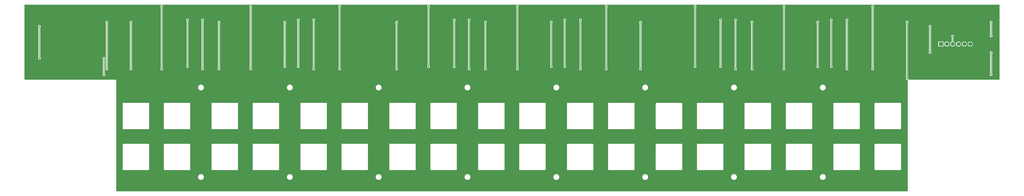
<source format=gbl>
G04 Layer: BottomLayer*
G04 EasyEDA v6.5.34, 2023-08-27 23:32:40*
G04 d061e9a780f541beb3afb4a1d4dccede,5a6b42c53f6a479593ecc07194224c93,10*
G04 Gerber Generator version 0.2*
G04 Scale: 100 percent, Rotated: No, Reflected: No *
G04 Dimensions in millimeters *
G04 leading zeros omitted , absolute positions ,4 integer and 5 decimal *
%FSLAX45Y45*%
%MOMM*%

%AMMACRO1*21,1,$1,$2,0,0,$3*%
%ADD10C,0.2540*%
%ADD11MACRO1,1.7X1.7X0.0000*%
%ADD12C,1.7000*%
%ADD13C,0.6096*%

%LPD*%
G36*
X6132068Y64008D02*
G01*
X6128156Y64769D01*
X6124905Y67005D01*
X6122670Y70256D01*
X6121908Y74168D01*
X6121908Y4888890D01*
X6121095Y4895392D01*
X6119012Y4900930D01*
X6115456Y4906060D01*
X6112459Y4909108D01*
X6108852Y4911750D01*
X6103315Y4914239D01*
X6095847Y4915408D01*
X2156968Y4915408D01*
X2153056Y4916170D01*
X2149805Y4918405D01*
X2147570Y4921656D01*
X2146808Y4925568D01*
X2146808Y8168131D01*
X2147570Y8172043D01*
X2149805Y8175294D01*
X2153056Y8177530D01*
X2156968Y8178292D01*
X8068868Y8178292D01*
X8072932Y8177428D01*
X8076285Y8175040D01*
X8078419Y8171484D01*
X8078978Y8167370D01*
X8077809Y8163407D01*
X8075168Y8160207D01*
X8061706Y8153958D01*
X8053679Y8148320D01*
X8046720Y8141360D01*
X8041081Y8133334D01*
X8036966Y8124393D01*
X8034426Y8114944D01*
X8033562Y8105140D01*
X8034426Y8095335D01*
X8036966Y8085886D01*
X8041081Y8076946D01*
X8046720Y8068919D01*
X8048294Y8067344D01*
X8050530Y8064042D01*
X8051292Y8060131D01*
X8051292Y5427268D01*
X8050530Y5423357D01*
X8048294Y5420055D01*
X8046720Y5418480D01*
X8041081Y5410454D01*
X8036966Y5401513D01*
X8034426Y5392064D01*
X8033562Y5382260D01*
X8034426Y5372455D01*
X8036966Y5363006D01*
X8041081Y5354066D01*
X8046720Y5346039D01*
X8053679Y5339080D01*
X8061706Y5333441D01*
X8070646Y5329326D01*
X8080095Y5326786D01*
X8089900Y5325922D01*
X8099704Y5326786D01*
X8109153Y5329326D01*
X8118094Y5333441D01*
X8126120Y5339080D01*
X8133080Y5346039D01*
X8138718Y5354066D01*
X8142833Y5363006D01*
X8145373Y5372455D01*
X8146237Y5382260D01*
X8145373Y5392064D01*
X8142833Y5401513D01*
X8138718Y5410454D01*
X8133080Y5418480D01*
X8131505Y5420055D01*
X8129270Y5423357D01*
X8128508Y5427268D01*
X8128508Y8060131D01*
X8129270Y8064042D01*
X8131505Y8067344D01*
X8133080Y8068919D01*
X8138718Y8076946D01*
X8142833Y8085886D01*
X8145373Y8095335D01*
X8146237Y8105140D01*
X8145373Y8114944D01*
X8142833Y8124393D01*
X8138718Y8133334D01*
X8133080Y8141360D01*
X8126120Y8148320D01*
X8118094Y8153958D01*
X8104631Y8160207D01*
X8101990Y8163407D01*
X8100822Y8167370D01*
X8101380Y8171484D01*
X8103514Y8175040D01*
X8106867Y8177428D01*
X8110931Y8178292D01*
X11916968Y8178292D01*
X11921032Y8177428D01*
X11924385Y8175040D01*
X11926519Y8171484D01*
X11927078Y8167370D01*
X11925909Y8163407D01*
X11923268Y8160207D01*
X11909806Y8153958D01*
X11901779Y8148320D01*
X11894820Y8141360D01*
X11889181Y8133334D01*
X11885066Y8124393D01*
X11882526Y8114944D01*
X11881662Y8105140D01*
X11882526Y8095335D01*
X11885066Y8085886D01*
X11889181Y8076946D01*
X11894820Y8068919D01*
X11896394Y8067344D01*
X11898630Y8064042D01*
X11899392Y8060131D01*
X11899392Y5427167D01*
X11898630Y5423306D01*
X11896394Y5420004D01*
X11894820Y5418429D01*
X11889181Y5410352D01*
X11885066Y5401462D01*
X11882526Y5391962D01*
X11881662Y5382158D01*
X11882526Y5372404D01*
X11885066Y5362905D01*
X11889181Y5354015D01*
X11894820Y5345938D01*
X11901779Y5339029D01*
X11909806Y5333390D01*
X11918746Y5329224D01*
X11928195Y5326684D01*
X11938000Y5325821D01*
X11947804Y5326684D01*
X11957253Y5329224D01*
X11966194Y5333390D01*
X11974220Y5339029D01*
X11981180Y5345938D01*
X11986818Y5354015D01*
X11990933Y5362905D01*
X11993473Y5372404D01*
X11994337Y5382158D01*
X11993473Y5391962D01*
X11990933Y5401462D01*
X11986818Y5410352D01*
X11981180Y5418429D01*
X11979605Y5420004D01*
X11977370Y5423306D01*
X11976608Y5427167D01*
X11976608Y8060131D01*
X11977370Y8064042D01*
X11979605Y8067344D01*
X11981180Y8068919D01*
X11986818Y8076946D01*
X11990933Y8085886D01*
X11993473Y8095335D01*
X11994337Y8105140D01*
X11993473Y8114944D01*
X11990933Y8124393D01*
X11986818Y8133334D01*
X11981180Y8141360D01*
X11974220Y8148320D01*
X11966194Y8153958D01*
X11952732Y8160207D01*
X11950090Y8163407D01*
X11948922Y8167370D01*
X11949480Y8171484D01*
X11951614Y8175040D01*
X11954967Y8177428D01*
X11959031Y8178292D01*
X15765068Y8178292D01*
X15769132Y8177428D01*
X15772485Y8175040D01*
X15774619Y8171484D01*
X15775178Y8167370D01*
X15774009Y8163407D01*
X15771368Y8160207D01*
X15757906Y8153958D01*
X15749879Y8148320D01*
X15742919Y8141360D01*
X15737281Y8133334D01*
X15733166Y8124393D01*
X15730626Y8114944D01*
X15729762Y8105140D01*
X15730626Y8095335D01*
X15733166Y8085886D01*
X15737281Y8076946D01*
X15742919Y8068919D01*
X15744494Y8067344D01*
X15746730Y8064042D01*
X15747492Y8060131D01*
X15747492Y5427167D01*
X15746730Y5423306D01*
X15744494Y5420004D01*
X15742919Y5418429D01*
X15737281Y5410352D01*
X15733166Y5401462D01*
X15730626Y5391962D01*
X15729762Y5382158D01*
X15730626Y5372404D01*
X15733166Y5362905D01*
X15737281Y5354015D01*
X15742919Y5345938D01*
X15749879Y5339029D01*
X15757906Y5333390D01*
X15766846Y5329224D01*
X15776295Y5326684D01*
X15786100Y5325821D01*
X15795904Y5326684D01*
X15805353Y5329224D01*
X15814294Y5333390D01*
X15822320Y5339029D01*
X15829280Y5345938D01*
X15834918Y5354015D01*
X15839033Y5362905D01*
X15841573Y5372404D01*
X15842437Y5382158D01*
X15841573Y5391962D01*
X15839033Y5401462D01*
X15834918Y5410352D01*
X15829280Y5418429D01*
X15827705Y5420004D01*
X15825469Y5423306D01*
X15824707Y5427167D01*
X15824707Y8060131D01*
X15825469Y8064042D01*
X15827705Y8067344D01*
X15829280Y8068919D01*
X15834918Y8076946D01*
X15839033Y8085886D01*
X15841573Y8095335D01*
X15842437Y8105140D01*
X15841573Y8114944D01*
X15839033Y8124393D01*
X15834918Y8133334D01*
X15829280Y8141360D01*
X15822320Y8148320D01*
X15814294Y8153958D01*
X15800832Y8160207D01*
X15798190Y8163407D01*
X15797022Y8167370D01*
X15797580Y8171484D01*
X15799714Y8175040D01*
X15803067Y8177428D01*
X15807131Y8178292D01*
X19608241Y8178292D01*
X19612305Y8177428D01*
X19615708Y8175040D01*
X19617842Y8171484D01*
X19618350Y8167370D01*
X19617232Y8163407D01*
X19614591Y8160207D01*
X19601129Y8153958D01*
X19593052Y8148320D01*
X19586143Y8141360D01*
X19580504Y8133334D01*
X19576338Y8124393D01*
X19573798Y8114944D01*
X19572935Y8105140D01*
X19573798Y8095335D01*
X19576338Y8085886D01*
X19580504Y8076946D01*
X19586143Y8068919D01*
X19587718Y8067344D01*
X19589902Y8064042D01*
X19590715Y8060131D01*
X19590664Y5528767D01*
X19589902Y5524855D01*
X19587718Y5521553D01*
X19586143Y5520029D01*
X19580504Y5511952D01*
X19576338Y5503062D01*
X19573798Y5493562D01*
X19572935Y5483758D01*
X19573798Y5474004D01*
X19576338Y5464505D01*
X19580504Y5455615D01*
X19586143Y5447538D01*
X19593052Y5440629D01*
X19601129Y5434990D01*
X19610019Y5430824D01*
X19619518Y5428284D01*
X19629323Y5427421D01*
X19639076Y5428284D01*
X19648576Y5430824D01*
X19657466Y5434990D01*
X19665543Y5440629D01*
X19672452Y5447538D01*
X19678091Y5455615D01*
X19682256Y5464505D01*
X19684796Y5474004D01*
X19685660Y5483758D01*
X19684796Y5493562D01*
X19682256Y5503062D01*
X19678091Y5511952D01*
X19672452Y5520029D01*
X19670877Y5521604D01*
X19668693Y5524906D01*
X19667880Y5528767D01*
X19667931Y8060131D01*
X19668693Y8064042D01*
X19670877Y8067344D01*
X19672452Y8068919D01*
X19678091Y8076946D01*
X19682256Y8085886D01*
X19684796Y8095335D01*
X19685660Y8105140D01*
X19684796Y8114944D01*
X19682256Y8124393D01*
X19678091Y8133334D01*
X19672452Y8141360D01*
X19665543Y8148320D01*
X19657466Y8153958D01*
X19644004Y8160207D01*
X19641362Y8163407D01*
X19640245Y8167370D01*
X19640753Y8171484D01*
X19642886Y8175040D01*
X19646290Y8177428D01*
X19650354Y8178292D01*
X23451464Y8178292D01*
X23455528Y8177428D01*
X23458932Y8175040D01*
X23461065Y8171484D01*
X23461573Y8167370D01*
X23460456Y8163407D01*
X23457814Y8160207D01*
X23444352Y8153958D01*
X23436275Y8148320D01*
X23429366Y8141360D01*
X23423727Y8133334D01*
X23419562Y8124393D01*
X23417022Y8114944D01*
X23416158Y8105140D01*
X23417022Y8095335D01*
X23419562Y8085886D01*
X23423727Y8076946D01*
X23429366Y8068919D01*
X23430941Y8067344D01*
X23433125Y8064042D01*
X23433938Y8060131D01*
X23433887Y5427167D01*
X23433125Y5423255D01*
X23430941Y5420004D01*
X23429366Y5418429D01*
X23423727Y5410352D01*
X23419562Y5401462D01*
X23417022Y5391962D01*
X23416158Y5382158D01*
X23417022Y5372404D01*
X23419562Y5362905D01*
X23423727Y5354015D01*
X23429366Y5345938D01*
X23436275Y5339029D01*
X23444352Y5333390D01*
X23453242Y5329224D01*
X23462742Y5326684D01*
X23472546Y5325821D01*
X23482300Y5326684D01*
X23491799Y5329224D01*
X23500689Y5333390D01*
X23508766Y5339029D01*
X23515675Y5345938D01*
X23521314Y5354015D01*
X23525480Y5362905D01*
X23528020Y5372404D01*
X23528883Y5382158D01*
X23528020Y5391962D01*
X23525480Y5401462D01*
X23521314Y5410352D01*
X23515675Y5418429D01*
X23514100Y5420004D01*
X23511916Y5423306D01*
X23511103Y5427167D01*
X23511154Y8060181D01*
X23511916Y8064042D01*
X23514100Y8067344D01*
X23515675Y8068919D01*
X23521314Y8076946D01*
X23525480Y8085886D01*
X23528020Y8095335D01*
X23528883Y8105140D01*
X23528020Y8114944D01*
X23525480Y8124393D01*
X23521314Y8133334D01*
X23515675Y8141360D01*
X23508766Y8148320D01*
X23500689Y8153958D01*
X23487227Y8160207D01*
X23484586Y8163407D01*
X23483468Y8167370D01*
X23483976Y8171484D01*
X23486110Y8175040D01*
X23489513Y8177428D01*
X23493577Y8178292D01*
X27294687Y8178292D01*
X27298751Y8177428D01*
X27302104Y8175040D01*
X27304238Y8171484D01*
X27304796Y8167370D01*
X27303628Y8163407D01*
X27300986Y8160207D01*
X27287524Y8153958D01*
X27279498Y8148320D01*
X27272538Y8141360D01*
X27266900Y8133334D01*
X27262785Y8124393D01*
X27260245Y8114944D01*
X27259381Y8105140D01*
X27260245Y8095335D01*
X27262785Y8085886D01*
X27266900Y8076946D01*
X27272538Y8068919D01*
X27274113Y8067344D01*
X27276348Y8064042D01*
X27277110Y8060131D01*
X27277110Y5427167D01*
X27276348Y5423255D01*
X27274113Y5420004D01*
X27272538Y5418429D01*
X27266900Y5410352D01*
X27262785Y5401462D01*
X27260245Y5391962D01*
X27259381Y5382158D01*
X27260245Y5372404D01*
X27262785Y5362905D01*
X27266900Y5354015D01*
X27272538Y5345938D01*
X27279498Y5339029D01*
X27287524Y5333390D01*
X27296465Y5329224D01*
X27305914Y5326684D01*
X27315718Y5325821D01*
X27325523Y5326684D01*
X27334972Y5329224D01*
X27343912Y5333390D01*
X27351939Y5339029D01*
X27358898Y5345938D01*
X27364537Y5354015D01*
X27368652Y5362905D01*
X27371192Y5372404D01*
X27372056Y5382158D01*
X27371192Y5391962D01*
X27368652Y5401462D01*
X27364537Y5410352D01*
X27358898Y5418429D01*
X27357324Y5420004D01*
X27355088Y5423306D01*
X27354326Y5427167D01*
X27354326Y8060131D01*
X27355088Y8064042D01*
X27357324Y8067344D01*
X27358898Y8068919D01*
X27364537Y8076946D01*
X27368652Y8085886D01*
X27371192Y8095335D01*
X27372056Y8105140D01*
X27371192Y8114944D01*
X27368652Y8124393D01*
X27364537Y8133334D01*
X27358898Y8141360D01*
X27351939Y8148320D01*
X27343912Y8153958D01*
X27330450Y8160207D01*
X27327809Y8163407D01*
X27326640Y8167370D01*
X27327199Y8171484D01*
X27329333Y8175040D01*
X27332686Y8177428D01*
X27336750Y8178292D01*
X31137860Y8178292D01*
X31141924Y8177428D01*
X31145327Y8175040D01*
X31147461Y8171484D01*
X31147969Y8167370D01*
X31146851Y8163407D01*
X31144210Y8160207D01*
X31130748Y8153958D01*
X31122670Y8148320D01*
X31115762Y8141360D01*
X31110123Y8133334D01*
X31105957Y8124393D01*
X31103417Y8114944D01*
X31102553Y8105140D01*
X31103417Y8095335D01*
X31105957Y8085886D01*
X31110123Y8076946D01*
X31115762Y8068919D01*
X31117336Y8067344D01*
X31119521Y8064042D01*
X31120283Y8060131D01*
X31120283Y5528767D01*
X31119521Y5524855D01*
X31117336Y5521553D01*
X31115762Y5520029D01*
X31110123Y5511952D01*
X31105957Y5503062D01*
X31103417Y5493562D01*
X31102553Y5483758D01*
X31103417Y5474004D01*
X31105957Y5464505D01*
X31110123Y5455615D01*
X31115762Y5447538D01*
X31122670Y5440629D01*
X31130748Y5434990D01*
X31139638Y5430824D01*
X31149137Y5428284D01*
X31158942Y5427421D01*
X31168695Y5428284D01*
X31178195Y5430824D01*
X31187085Y5434990D01*
X31195162Y5440629D01*
X31202071Y5447538D01*
X31207710Y5455615D01*
X31211875Y5464505D01*
X31214415Y5474004D01*
X31215279Y5483758D01*
X31214415Y5493562D01*
X31211875Y5503062D01*
X31207710Y5511952D01*
X31202071Y5520029D01*
X31200496Y5521604D01*
X31198261Y5524906D01*
X31197499Y5528767D01*
X31197499Y8060131D01*
X31198312Y8064042D01*
X31200496Y8067344D01*
X31202071Y8068919D01*
X31207710Y8076946D01*
X31211875Y8085886D01*
X31214415Y8095335D01*
X31215279Y8105140D01*
X31214415Y8114944D01*
X31211875Y8124393D01*
X31207710Y8133334D01*
X31202071Y8141360D01*
X31195162Y8148320D01*
X31187085Y8153958D01*
X31173623Y8160207D01*
X31170981Y8163407D01*
X31169864Y8167370D01*
X31170372Y8171484D01*
X31172505Y8175040D01*
X31175909Y8177428D01*
X31179973Y8178292D01*
X34981083Y8178292D01*
X34985147Y8177428D01*
X34988500Y8175040D01*
X34990633Y8171484D01*
X34991192Y8167370D01*
X34990024Y8163407D01*
X34987382Y8160207D01*
X34973920Y8153958D01*
X34965894Y8148320D01*
X34958934Y8141360D01*
X34953295Y8133334D01*
X34949180Y8124393D01*
X34946640Y8114944D01*
X34945777Y8105140D01*
X34946640Y8095335D01*
X34949180Y8085886D01*
X34953295Y8076946D01*
X34958934Y8068919D01*
X34960509Y8067344D01*
X34962744Y8064042D01*
X34963506Y8060131D01*
X34963506Y5427167D01*
X34962744Y5423255D01*
X34960509Y5419953D01*
X34958934Y5418429D01*
X34953295Y5410352D01*
X34949180Y5401462D01*
X34946640Y5391962D01*
X34945777Y5382158D01*
X34946640Y5372404D01*
X34949180Y5362905D01*
X34953295Y5354015D01*
X34958934Y5345938D01*
X34965894Y5339029D01*
X34973920Y5333390D01*
X34982861Y5329224D01*
X34992310Y5326684D01*
X35002114Y5325821D01*
X35011918Y5326684D01*
X35021367Y5329224D01*
X35030308Y5333390D01*
X35038334Y5339029D01*
X35045294Y5345938D01*
X35050933Y5354015D01*
X35055048Y5362905D01*
X35057588Y5372404D01*
X35058451Y5382158D01*
X35057588Y5391962D01*
X35055048Y5401462D01*
X35050933Y5410352D01*
X35045294Y5418429D01*
X35043668Y5420004D01*
X35041484Y5423306D01*
X35040722Y5427167D01*
X35040722Y8060131D01*
X35041484Y8064042D01*
X35043719Y8067344D01*
X35045294Y8068919D01*
X35050933Y8076946D01*
X35055048Y8085886D01*
X35057588Y8095335D01*
X35058451Y8105140D01*
X35057588Y8114944D01*
X35055048Y8124393D01*
X35050933Y8133334D01*
X35045294Y8141360D01*
X35038334Y8148320D01*
X35030308Y8153958D01*
X35016846Y8160207D01*
X35014204Y8163407D01*
X35013036Y8167370D01*
X35013595Y8171484D01*
X35015728Y8175040D01*
X35019081Y8177428D01*
X35023145Y8178292D01*
X38824255Y8178292D01*
X38828319Y8177428D01*
X38831723Y8175040D01*
X38833856Y8171484D01*
X38834364Y8167370D01*
X38833247Y8163407D01*
X38830605Y8160207D01*
X38817143Y8153958D01*
X38809066Y8148320D01*
X38802157Y8141360D01*
X38796518Y8133334D01*
X38792353Y8124393D01*
X38789813Y8114944D01*
X38788949Y8105140D01*
X38789813Y8095335D01*
X38792353Y8085886D01*
X38796518Y8076946D01*
X38802157Y8068919D01*
X38803732Y8067344D01*
X38805916Y8064042D01*
X38806678Y8060181D01*
X38806678Y5427167D01*
X38805916Y5423255D01*
X38803732Y5420004D01*
X38802157Y5418429D01*
X38796518Y5410352D01*
X38792353Y5401462D01*
X38789813Y5391962D01*
X38788949Y5382158D01*
X38789813Y5372404D01*
X38792353Y5362905D01*
X38796518Y5354015D01*
X38802157Y5345938D01*
X38809066Y5339029D01*
X38817143Y5333390D01*
X38826033Y5329224D01*
X38835533Y5326684D01*
X38845337Y5325821D01*
X38855091Y5326684D01*
X38864590Y5329224D01*
X38873480Y5333390D01*
X38881558Y5339029D01*
X38888466Y5345938D01*
X38894105Y5354015D01*
X38898271Y5362905D01*
X38900811Y5372404D01*
X38901674Y5382158D01*
X38900811Y5391962D01*
X38898271Y5401462D01*
X38894105Y5410352D01*
X38888466Y5418429D01*
X38886892Y5420004D01*
X38884707Y5423306D01*
X38883894Y5427167D01*
X38883894Y8060131D01*
X38884707Y8064042D01*
X38886892Y8067344D01*
X38888466Y8068919D01*
X38894105Y8076946D01*
X38898271Y8085886D01*
X38900811Y8095335D01*
X38901674Y8105140D01*
X38900811Y8114944D01*
X38898271Y8124393D01*
X38894105Y8133334D01*
X38888466Y8141360D01*
X38881558Y8148320D01*
X38873480Y8153958D01*
X38860018Y8160207D01*
X38857377Y8163407D01*
X38856259Y8167370D01*
X38856767Y8171484D01*
X38858901Y8175040D01*
X38862304Y8177428D01*
X38866368Y8178292D01*
X44325032Y8178292D01*
X44328943Y8177530D01*
X44332194Y8175294D01*
X44334430Y8172043D01*
X44335192Y8168131D01*
X44335192Y4925568D01*
X44334430Y4921656D01*
X44332194Y4918405D01*
X44328943Y4916170D01*
X44325032Y4915408D01*
X40394788Y4915408D01*
X40390775Y4916220D01*
X40387473Y4918506D01*
X40385288Y4921910D01*
X40384628Y4925923D01*
X40388692Y4940604D01*
X40389556Y4950358D01*
X40388692Y4960162D01*
X40386152Y4969662D01*
X40381986Y4978552D01*
X40376348Y4986629D01*
X40374773Y4988204D01*
X40372588Y4991506D01*
X40371776Y4995367D01*
X40371776Y7371791D01*
X40372588Y7375702D01*
X40374773Y7379004D01*
X40376348Y7380579D01*
X40381986Y7388606D01*
X40386152Y7397546D01*
X40388692Y7406995D01*
X40389556Y7416800D01*
X40388692Y7426604D01*
X40386152Y7436053D01*
X40381986Y7444994D01*
X40376348Y7453020D01*
X40369439Y7459980D01*
X40361362Y7465618D01*
X40352472Y7469733D01*
X40342972Y7472273D01*
X40333218Y7473137D01*
X40323414Y7472273D01*
X40313914Y7469733D01*
X40305024Y7465618D01*
X40296947Y7459980D01*
X40290038Y7453020D01*
X40284400Y7444994D01*
X40280234Y7436053D01*
X40277694Y7426604D01*
X40276830Y7416800D01*
X40277694Y7406995D01*
X40280234Y7397546D01*
X40284400Y7388606D01*
X40290038Y7380579D01*
X40291613Y7379004D01*
X40293798Y7375702D01*
X40294560Y7371791D01*
X40294560Y4995367D01*
X40293798Y4991455D01*
X40291613Y4988204D01*
X40290038Y4986629D01*
X40284400Y4978552D01*
X40280234Y4969662D01*
X40277694Y4960162D01*
X40276830Y4950358D01*
X40277694Y4940604D01*
X40280234Y4931105D01*
X40284400Y4922215D01*
X40290038Y4914138D01*
X40296947Y4907229D01*
X40305024Y4901590D01*
X40313914Y4897424D01*
X40323414Y4894884D01*
X40333218Y4894021D01*
X40342972Y4894884D01*
X40347290Y4896053D01*
X40350998Y4896358D01*
X40354554Y4895291D01*
X40357501Y4893056D01*
X40359431Y4889855D01*
X40360092Y4886248D01*
X40360092Y74168D01*
X40359330Y70256D01*
X40357094Y67005D01*
X40353843Y64769D01*
X40349932Y64008D01*
G37*

%LPC*%
G36*
X43967400Y6750862D02*
G01*
X43977204Y6751726D01*
X43986653Y6754266D01*
X43995594Y6758381D01*
X44003620Y6764020D01*
X44010580Y6770979D01*
X44016218Y6779006D01*
X44020333Y6787946D01*
X44022873Y6797395D01*
X44023737Y6807200D01*
X44022873Y6817004D01*
X44020333Y6826453D01*
X44016218Y6835394D01*
X44010580Y6843420D01*
X44009005Y6844995D01*
X44006770Y6848297D01*
X44006008Y6852208D01*
X44006008Y7374381D01*
X44006770Y7378293D01*
X44009005Y7381595D01*
X44010580Y7383170D01*
X44016218Y7391196D01*
X44020333Y7400137D01*
X44022873Y7409586D01*
X44023737Y7419390D01*
X44022873Y7429195D01*
X44020333Y7438644D01*
X44016218Y7447584D01*
X44010580Y7455611D01*
X44003620Y7462570D01*
X43995594Y7468209D01*
X43986653Y7472324D01*
X43977204Y7474864D01*
X43967400Y7475728D01*
X43957595Y7474864D01*
X43948146Y7472324D01*
X43939206Y7468209D01*
X43931179Y7462570D01*
X43924220Y7455611D01*
X43918581Y7447584D01*
X43914466Y7438644D01*
X43911926Y7429195D01*
X43911062Y7419390D01*
X43911926Y7409586D01*
X43914466Y7400137D01*
X43918581Y7391196D01*
X43924220Y7383170D01*
X43925794Y7381595D01*
X43928030Y7378293D01*
X43928792Y7374381D01*
X43928792Y6852208D01*
X43928030Y6848297D01*
X43925794Y6844995D01*
X43924220Y6843420D01*
X43918581Y6835394D01*
X43914466Y6826453D01*
X43911926Y6817004D01*
X43911062Y6807200D01*
X43911926Y6797395D01*
X43914466Y6787946D01*
X43918581Y6779006D01*
X43924220Y6770979D01*
X43931179Y6764020D01*
X43939206Y6758381D01*
X43948146Y6754266D01*
X43957595Y6751726D01*
G37*
G36*
X17471999Y559917D02*
G01*
X17487138Y560832D01*
X17502124Y563575D01*
X17516602Y568096D01*
X17530470Y574344D01*
X17543475Y582218D01*
X17555464Y591566D01*
X17566182Y602335D01*
X17575580Y614273D01*
X17583454Y627278D01*
X17589703Y641146D01*
X17594224Y655675D01*
X17596967Y670610D01*
X17597882Y685800D01*
X17596967Y700989D01*
X17594224Y715924D01*
X17589703Y730453D01*
X17583454Y744321D01*
X17575580Y757326D01*
X17566182Y769264D01*
X17555464Y780034D01*
X17543475Y789381D01*
X17530470Y797255D01*
X17516602Y803503D01*
X17502124Y808024D01*
X17487138Y810768D01*
X17471999Y811682D01*
X17456810Y810768D01*
X17441824Y808024D01*
X17427346Y803503D01*
X17413478Y797255D01*
X17400473Y789381D01*
X17388484Y780034D01*
X17377765Y769264D01*
X17368367Y757326D01*
X17360493Y744321D01*
X17354245Y730453D01*
X17349724Y715924D01*
X17346980Y700989D01*
X17346066Y685800D01*
X17346980Y670610D01*
X17349724Y655675D01*
X17354245Y641146D01*
X17360493Y627278D01*
X17368367Y614273D01*
X17377765Y602335D01*
X17388484Y591566D01*
X17400473Y582218D01*
X17413478Y574344D01*
X17427346Y568096D01*
X17441824Y563575D01*
X17456810Y560832D01*
G37*
G36*
X32844790Y559917D02*
G01*
X32859980Y560832D01*
X32874915Y563575D01*
X32889444Y568096D01*
X32903312Y574344D01*
X32916317Y582218D01*
X32928255Y591566D01*
X32939024Y602335D01*
X32948372Y614273D01*
X32956246Y627278D01*
X32962494Y641146D01*
X32967015Y655675D01*
X32969758Y670610D01*
X32970673Y685800D01*
X32969758Y700989D01*
X32967015Y715924D01*
X32962494Y730453D01*
X32956246Y744321D01*
X32948372Y757326D01*
X32939024Y769264D01*
X32928255Y780034D01*
X32916317Y789381D01*
X32903312Y797255D01*
X32889444Y803503D01*
X32874915Y808024D01*
X32859980Y810768D01*
X32844790Y811682D01*
X32829601Y810768D01*
X32814666Y808024D01*
X32800137Y803503D01*
X32786269Y797255D01*
X32773264Y789381D01*
X32761326Y780034D01*
X32750556Y769264D01*
X32741209Y757326D01*
X32733335Y744321D01*
X32727087Y730453D01*
X32722565Y715924D01*
X32719822Y700989D01*
X32718908Y685800D01*
X32719822Y670610D01*
X32722565Y655675D01*
X32727087Y641146D01*
X32733335Y627278D01*
X32741209Y614273D01*
X32750556Y602335D01*
X32761326Y591566D01*
X32773264Y582218D01*
X32786269Y574344D01*
X32800137Y568096D01*
X32814666Y563575D01*
X32829601Y560832D01*
G37*
G36*
X13628776Y559917D02*
G01*
X13643965Y560832D01*
X13658900Y563575D01*
X13673429Y568096D01*
X13687298Y574344D01*
X13700302Y582218D01*
X13712240Y591566D01*
X13723010Y602335D01*
X13732357Y614273D01*
X13740231Y627278D01*
X13746480Y641146D01*
X13751001Y655675D01*
X13753744Y670610D01*
X13754658Y685800D01*
X13753744Y700989D01*
X13751001Y715924D01*
X13746480Y730453D01*
X13740231Y744321D01*
X13732357Y757326D01*
X13723010Y769264D01*
X13712240Y780034D01*
X13700302Y789381D01*
X13687298Y797255D01*
X13673429Y803503D01*
X13658900Y808024D01*
X13643965Y810768D01*
X13628776Y811682D01*
X13613587Y810768D01*
X13598651Y808024D01*
X13584123Y803503D01*
X13570254Y797255D01*
X13557250Y789381D01*
X13545312Y780034D01*
X13534542Y769264D01*
X13525195Y757326D01*
X13517321Y744321D01*
X13511072Y730453D01*
X13506551Y715924D01*
X13503808Y700989D01*
X13502894Y685800D01*
X13503808Y670610D01*
X13506551Y655675D01*
X13511072Y641146D01*
X13517321Y627278D01*
X13525195Y614273D01*
X13534542Y602335D01*
X13545312Y591566D01*
X13557250Y582218D01*
X13570254Y574344D01*
X13584123Y568096D01*
X13598651Y563575D01*
X13613587Y560832D01*
G37*
G36*
X25158395Y559917D02*
G01*
X25173584Y560832D01*
X25188519Y563575D01*
X25203048Y568096D01*
X25216916Y574344D01*
X25229921Y582218D01*
X25241859Y591566D01*
X25252629Y602335D01*
X25261976Y614273D01*
X25269850Y627278D01*
X25276098Y641146D01*
X25280620Y655675D01*
X25283363Y670610D01*
X25284277Y685800D01*
X25283363Y700989D01*
X25280620Y715924D01*
X25276098Y730453D01*
X25269850Y744321D01*
X25261976Y757326D01*
X25252629Y769264D01*
X25241859Y780034D01*
X25229921Y789381D01*
X25216916Y797255D01*
X25203048Y803503D01*
X25188519Y808024D01*
X25173584Y810768D01*
X25158395Y811682D01*
X25143206Y810768D01*
X25128270Y808024D01*
X25113742Y803503D01*
X25099873Y797255D01*
X25086868Y789381D01*
X25074930Y780034D01*
X25064161Y769264D01*
X25054814Y757326D01*
X25046940Y744321D01*
X25040691Y730453D01*
X25036170Y715924D01*
X25033427Y700989D01*
X25032512Y685800D01*
X25033427Y670610D01*
X25036170Y655675D01*
X25040691Y641146D01*
X25046940Y627278D01*
X25054814Y614273D01*
X25064161Y602335D01*
X25074930Y591566D01*
X25086868Y582218D01*
X25099873Y574344D01*
X25113742Y568096D01*
X25128270Y563575D01*
X25143206Y560832D01*
G37*
G36*
X36688014Y559917D02*
G01*
X36703152Y560832D01*
X36718138Y563575D01*
X36732616Y568096D01*
X36746484Y574344D01*
X36759489Y582218D01*
X36771478Y591566D01*
X36782197Y602335D01*
X36791595Y614273D01*
X36799469Y627278D01*
X36805717Y641146D01*
X36810238Y655675D01*
X36812982Y670610D01*
X36813896Y685800D01*
X36812982Y700989D01*
X36810238Y715924D01*
X36805717Y730453D01*
X36799469Y744321D01*
X36791595Y757326D01*
X36782197Y769264D01*
X36771478Y780034D01*
X36759489Y789381D01*
X36746484Y797255D01*
X36732616Y803503D01*
X36718138Y808024D01*
X36703152Y810768D01*
X36688014Y811682D01*
X36672824Y810768D01*
X36657838Y808024D01*
X36643360Y803503D01*
X36629492Y797255D01*
X36616487Y789381D01*
X36604498Y780034D01*
X36593780Y769264D01*
X36584382Y757326D01*
X36576508Y744321D01*
X36570259Y730453D01*
X36565738Y715924D01*
X36562995Y700989D01*
X36562080Y685800D01*
X36562995Y670610D01*
X36565738Y655675D01*
X36570259Y641146D01*
X36576508Y627278D01*
X36584382Y614273D01*
X36593780Y602335D01*
X36604498Y591566D01*
X36616487Y582218D01*
X36629492Y574344D01*
X36643360Y568096D01*
X36657838Y563575D01*
X36672824Y560832D01*
G37*
G36*
X21315172Y559917D02*
G01*
X21330361Y560832D01*
X21345296Y563575D01*
X21359825Y568096D01*
X21373693Y574344D01*
X21386698Y582218D01*
X21398636Y591566D01*
X21409406Y602335D01*
X21418753Y614273D01*
X21426627Y627278D01*
X21432875Y641146D01*
X21437396Y655675D01*
X21440140Y670610D01*
X21441054Y685800D01*
X21440140Y700989D01*
X21437396Y715924D01*
X21432875Y730453D01*
X21426627Y744321D01*
X21418753Y757326D01*
X21409406Y769264D01*
X21398636Y780034D01*
X21386698Y789381D01*
X21373693Y797255D01*
X21359825Y803503D01*
X21345296Y808024D01*
X21330361Y810768D01*
X21315172Y811682D01*
X21299982Y810768D01*
X21285047Y808024D01*
X21270518Y803503D01*
X21256650Y797255D01*
X21243645Y789381D01*
X21231707Y780034D01*
X21220938Y769264D01*
X21211590Y757326D01*
X21203716Y744321D01*
X21197468Y730453D01*
X21192947Y715924D01*
X21190204Y700989D01*
X21189289Y685800D01*
X21190204Y670610D01*
X21192947Y655675D01*
X21197468Y641146D01*
X21203716Y627278D01*
X21211590Y614273D01*
X21220938Y602335D01*
X21231707Y591566D01*
X21243645Y582218D01*
X21256650Y574344D01*
X21270518Y568096D01*
X21285047Y563575D01*
X21299982Y560832D01*
G37*
G36*
X9785604Y559917D02*
G01*
X9800742Y560832D01*
X9815728Y563575D01*
X9830206Y568096D01*
X9844074Y574344D01*
X9857079Y582218D01*
X9869068Y591566D01*
X9879787Y602335D01*
X9889185Y614273D01*
X9897059Y627278D01*
X9903307Y641146D01*
X9907828Y655675D01*
X9910572Y670610D01*
X9911486Y685800D01*
X9910572Y700989D01*
X9907828Y715924D01*
X9903307Y730453D01*
X9897059Y744321D01*
X9889185Y757326D01*
X9879787Y769264D01*
X9869068Y780034D01*
X9857079Y789381D01*
X9844074Y797255D01*
X9830206Y803503D01*
X9815728Y808024D01*
X9800742Y810768D01*
X9785604Y811682D01*
X9770414Y810768D01*
X9755428Y808024D01*
X9740950Y803503D01*
X9727082Y797255D01*
X9714077Y789381D01*
X9702088Y780034D01*
X9691370Y769264D01*
X9681972Y757326D01*
X9674098Y744321D01*
X9667849Y730453D01*
X9663328Y715924D01*
X9660585Y700989D01*
X9659670Y685800D01*
X9660585Y670610D01*
X9663328Y655675D01*
X9667849Y641146D01*
X9674098Y627278D01*
X9681972Y614273D01*
X9691370Y602335D01*
X9702088Y591566D01*
X9714077Y582218D01*
X9727082Y574344D01*
X9740950Y568096D01*
X9755428Y563575D01*
X9770414Y560832D01*
G37*
G36*
X14113154Y990092D02*
G01*
X15204236Y990092D01*
X15210536Y990803D01*
X15216022Y992733D01*
X15220899Y995781D01*
X15225013Y999896D01*
X15228062Y1004773D01*
X15229992Y1010259D01*
X15230703Y1016558D01*
X15230703Y2107641D01*
X15229992Y2113940D01*
X15228062Y2119426D01*
X15225013Y2124303D01*
X15220899Y2128418D01*
X15216022Y2131466D01*
X15210536Y2133396D01*
X15204236Y2134108D01*
X14113154Y2134108D01*
X14106855Y2133396D01*
X14101368Y2131466D01*
X14096492Y2128418D01*
X14092377Y2124303D01*
X14089329Y2119426D01*
X14087398Y2113940D01*
X14086687Y2107641D01*
X14086687Y1016558D01*
X14087398Y1010259D01*
X14089329Y1004773D01*
X14092377Y999896D01*
X14096492Y995781D01*
X14101368Y992733D01*
X14106855Y990803D01*
G37*
G36*
X31265063Y990092D02*
G01*
X32356145Y990092D01*
X32362444Y990803D01*
X32367931Y992733D01*
X32372808Y995781D01*
X32376922Y999896D01*
X32379970Y1004773D01*
X32381901Y1010259D01*
X32382612Y1016558D01*
X32382612Y2107641D01*
X32381901Y2113940D01*
X32379970Y2119426D01*
X32376922Y2124303D01*
X32372808Y2128418D01*
X32367931Y2131466D01*
X32362444Y2133396D01*
X32356145Y2134108D01*
X31265063Y2134108D01*
X31258764Y2133396D01*
X31253277Y2131466D01*
X31248400Y2128418D01*
X31244286Y2124303D01*
X31241238Y2119426D01*
X31239307Y2113940D01*
X31238596Y2107641D01*
X31238596Y1016558D01*
X31239307Y1010259D01*
X31241238Y1004773D01*
X31244286Y999896D01*
X31248400Y995781D01*
X31253277Y992733D01*
X31258764Y990803D01*
G37*
G36*
X29485996Y990092D02*
G01*
X30577027Y990092D01*
X30583377Y990803D01*
X30588813Y992733D01*
X30593741Y995781D01*
X30597805Y999896D01*
X30600903Y1004773D01*
X30602783Y1010259D01*
X30603545Y1016558D01*
X30603545Y2107641D01*
X30602783Y2113940D01*
X30600903Y2119426D01*
X30597805Y2124303D01*
X30593741Y2128418D01*
X30588813Y2131466D01*
X30583377Y2133396D01*
X30577027Y2134108D01*
X29485996Y2134108D01*
X29479646Y2133396D01*
X29474210Y2131466D01*
X29469283Y2128418D01*
X29465219Y2124303D01*
X29462120Y2119426D01*
X29460240Y2113940D01*
X29459529Y2107641D01*
X29459529Y1016558D01*
X29460240Y1010259D01*
X29462120Y1004773D01*
X29465219Y999896D01*
X29469283Y995781D01*
X29474210Y992733D01*
X29479646Y990803D01*
G37*
G36*
X12049048Y990092D02*
G01*
X13140131Y990092D01*
X13146430Y990803D01*
X13151916Y992733D01*
X13156793Y995781D01*
X13160908Y999896D01*
X13163956Y1004773D01*
X13165886Y1010259D01*
X13166598Y1016558D01*
X13166598Y2107641D01*
X13165886Y2113940D01*
X13163956Y2119426D01*
X13160908Y2124303D01*
X13156793Y2128418D01*
X13151916Y2131466D01*
X13146430Y2133396D01*
X13140131Y2134108D01*
X12049048Y2134108D01*
X12042749Y2133396D01*
X12037263Y2131466D01*
X12032386Y2128418D01*
X12028271Y2124303D01*
X12025223Y2119426D01*
X12023293Y2113940D01*
X12022582Y2107641D01*
X12022582Y1016558D01*
X12023293Y1010259D01*
X12025223Y1004773D01*
X12028271Y999896D01*
X12032386Y995781D01*
X12037263Y992733D01*
X12042749Y990803D01*
G37*
G36*
X33329168Y990092D02*
G01*
X34420251Y990092D01*
X34426550Y990803D01*
X34432036Y992733D01*
X34436913Y995781D01*
X34441028Y999896D01*
X34444076Y1004773D01*
X34446006Y1010259D01*
X34446718Y1016558D01*
X34446718Y2107641D01*
X34446006Y2113940D01*
X34444076Y2119426D01*
X34441028Y2124303D01*
X34436913Y2128418D01*
X34432036Y2131466D01*
X34426550Y2133396D01*
X34420251Y2134108D01*
X33329168Y2134108D01*
X33322869Y2133396D01*
X33317383Y2131466D01*
X33312506Y2128418D01*
X33308391Y2124303D01*
X33305343Y2119426D01*
X33303413Y2113940D01*
X33302702Y2107641D01*
X33302702Y1016558D01*
X33303413Y1010259D01*
X33305343Y1004773D01*
X33308391Y999896D01*
X33312506Y995781D01*
X33317383Y992733D01*
X33322869Y990803D01*
G37*
G36*
X15892272Y990092D02*
G01*
X16983303Y990092D01*
X16989653Y990803D01*
X16995089Y992733D01*
X17000016Y995781D01*
X17004080Y999896D01*
X17007179Y1004773D01*
X17009059Y1010259D01*
X17009821Y1016558D01*
X17009821Y2107641D01*
X17009059Y2113940D01*
X17007179Y2119426D01*
X17004080Y2124303D01*
X17000016Y2128418D01*
X16995089Y2131466D01*
X16989653Y2133396D01*
X16983303Y2134108D01*
X15892272Y2134108D01*
X15885922Y2133396D01*
X15880486Y2131466D01*
X15875558Y2128418D01*
X15871494Y2124303D01*
X15868396Y2119426D01*
X15866516Y2113940D01*
X15865805Y2107641D01*
X15865805Y1016558D01*
X15866516Y1010259D01*
X15868396Y1004773D01*
X15871494Y999896D01*
X15875558Y995781D01*
X15880486Y992733D01*
X15885922Y990803D01*
G37*
G36*
X27421890Y990092D02*
G01*
X28512922Y990092D01*
X28519272Y990803D01*
X28524708Y992733D01*
X28529635Y995781D01*
X28533699Y999896D01*
X28536798Y1004773D01*
X28538677Y1010259D01*
X28539439Y1016558D01*
X28539439Y2107641D01*
X28538677Y2113940D01*
X28536798Y2119426D01*
X28533699Y2124303D01*
X28529635Y2128418D01*
X28524708Y2131466D01*
X28519272Y2133396D01*
X28512922Y2134108D01*
X27421890Y2134108D01*
X27415540Y2133396D01*
X27410105Y2131466D01*
X27405177Y2128418D01*
X27401113Y2124303D01*
X27398014Y2119426D01*
X27396135Y2113940D01*
X27395424Y2107641D01*
X27395424Y1016558D01*
X27396135Y1010259D01*
X27398014Y1004773D01*
X27401113Y999896D01*
X27405177Y995781D01*
X27410105Y992733D01*
X27415540Y990803D01*
G37*
G36*
X10269982Y990092D02*
G01*
X11361013Y990092D01*
X11367363Y990803D01*
X11372799Y992733D01*
X11377726Y995781D01*
X11381790Y999896D01*
X11384889Y1004773D01*
X11386769Y1010259D01*
X11387531Y1016558D01*
X11387531Y2107641D01*
X11386769Y2113940D01*
X11384889Y2119426D01*
X11381790Y2124303D01*
X11377726Y2128418D01*
X11372799Y2131466D01*
X11367363Y2133396D01*
X11361013Y2134108D01*
X10269982Y2134108D01*
X10263632Y2133396D01*
X10258196Y2131466D01*
X10253268Y2128418D01*
X10249204Y2124303D01*
X10246106Y2119426D01*
X10244226Y2113940D01*
X10243515Y2107641D01*
X10243515Y1016558D01*
X10244226Y1010259D01*
X10246106Y1004773D01*
X10249204Y999896D01*
X10253268Y995781D01*
X10258196Y992733D01*
X10263632Y990803D01*
G37*
G36*
X35108286Y990092D02*
G01*
X36199318Y990092D01*
X36205668Y990803D01*
X36211103Y992733D01*
X36216031Y995781D01*
X36220095Y999896D01*
X36223194Y1004773D01*
X36225073Y1010259D01*
X36225835Y1016558D01*
X36225835Y2107641D01*
X36225073Y2113940D01*
X36223194Y2119426D01*
X36220095Y2124303D01*
X36216031Y2128418D01*
X36211103Y2131466D01*
X36205668Y2133396D01*
X36199318Y2134108D01*
X35108286Y2134108D01*
X35101936Y2133396D01*
X35096500Y2131466D01*
X35091573Y2128418D01*
X35087509Y2124303D01*
X35084410Y2119426D01*
X35082530Y2113940D01*
X35081819Y2107641D01*
X35081819Y1016558D01*
X35082530Y1010259D01*
X35084410Y1004773D01*
X35087509Y999896D01*
X35091573Y995781D01*
X35096500Y992733D01*
X35101936Y990803D01*
G37*
G36*
X17956377Y990092D02*
G01*
X19047409Y990092D01*
X19053759Y990803D01*
X19059194Y992733D01*
X19064122Y995781D01*
X19068186Y999896D01*
X19071285Y1004773D01*
X19073164Y1010259D01*
X19073926Y1016558D01*
X19073926Y2107641D01*
X19073164Y2113940D01*
X19071285Y2119426D01*
X19068186Y2124303D01*
X19064122Y2128418D01*
X19059194Y2131466D01*
X19053759Y2133396D01*
X19047409Y2134108D01*
X17956377Y2134108D01*
X17950027Y2133396D01*
X17944592Y2131466D01*
X17939664Y2128418D01*
X17935600Y2124303D01*
X17932501Y2119426D01*
X17930622Y2113940D01*
X17929910Y2107641D01*
X17929910Y1016558D01*
X17930622Y1010259D01*
X17932501Y1004773D01*
X17935600Y999896D01*
X17939664Y995781D01*
X17944592Y992733D01*
X17950027Y990803D01*
G37*
G36*
X25642773Y990092D02*
G01*
X26733855Y990092D01*
X26740154Y990803D01*
X26745641Y992733D01*
X26750518Y995781D01*
X26754632Y999896D01*
X26757680Y1004773D01*
X26759611Y1010259D01*
X26760322Y1016558D01*
X26760322Y2107641D01*
X26759611Y2113940D01*
X26757680Y2119426D01*
X26754632Y2124303D01*
X26750518Y2128418D01*
X26745641Y2131466D01*
X26740154Y2133396D01*
X26733855Y2134108D01*
X25642773Y2134108D01*
X25636474Y2133396D01*
X25630987Y2131466D01*
X25626110Y2128418D01*
X25621996Y2124303D01*
X25618948Y2119426D01*
X25617017Y2113940D01*
X25616306Y2107641D01*
X25616306Y1016558D01*
X25617017Y1010259D01*
X25618948Y1004773D01*
X25621996Y999896D01*
X25626110Y995781D01*
X25630987Y992733D01*
X25636474Y990803D01*
G37*
G36*
X19735444Y990092D02*
G01*
X20826526Y990092D01*
X20832826Y990803D01*
X20838312Y992733D01*
X20843189Y995781D01*
X20847304Y999896D01*
X20850352Y1004773D01*
X20852282Y1010259D01*
X20852993Y1016558D01*
X20852993Y2107641D01*
X20852282Y2113940D01*
X20850352Y2119426D01*
X20847304Y2124303D01*
X20843189Y2128418D01*
X20838312Y2131466D01*
X20832826Y2133396D01*
X20826526Y2134108D01*
X19735444Y2134108D01*
X19729145Y2133396D01*
X19723658Y2131466D01*
X19718782Y2128418D01*
X19714667Y2124303D01*
X19711619Y2119426D01*
X19709688Y2113940D01*
X19708977Y2107641D01*
X19708977Y1016558D01*
X19709688Y1010259D01*
X19711619Y1004773D01*
X19714667Y999896D01*
X19718782Y995781D01*
X19723658Y992733D01*
X19729145Y990803D01*
G37*
G36*
X8205876Y990092D02*
G01*
X9296908Y990092D01*
X9303258Y990803D01*
X9308693Y992733D01*
X9313621Y995781D01*
X9317685Y999896D01*
X9320784Y1004773D01*
X9322663Y1010259D01*
X9323425Y1016558D01*
X9323425Y2107641D01*
X9322663Y2113940D01*
X9320784Y2119426D01*
X9317685Y2124303D01*
X9313621Y2128418D01*
X9308693Y2131466D01*
X9303258Y2133396D01*
X9296908Y2134108D01*
X8205876Y2134108D01*
X8199526Y2133396D01*
X8194090Y2131466D01*
X8189163Y2128418D01*
X8185099Y2124303D01*
X8182000Y2119426D01*
X8180120Y2113940D01*
X8179409Y2107641D01*
X8179409Y1016558D01*
X8180120Y1010259D01*
X8182000Y1004773D01*
X8185099Y999896D01*
X8189163Y995781D01*
X8194090Y992733D01*
X8199526Y990803D01*
G37*
G36*
X23578667Y990092D02*
G01*
X24669699Y990092D01*
X24676049Y990803D01*
X24681484Y992733D01*
X24686412Y995781D01*
X24690476Y999896D01*
X24693575Y1004773D01*
X24695454Y1010259D01*
X24696216Y1016558D01*
X24696216Y2107641D01*
X24695454Y2113940D01*
X24693575Y2119426D01*
X24690476Y2124303D01*
X24686412Y2128418D01*
X24681484Y2131466D01*
X24676049Y2133396D01*
X24669699Y2134108D01*
X23578667Y2134108D01*
X23572317Y2133396D01*
X23566882Y2131466D01*
X23561954Y2128418D01*
X23557890Y2124303D01*
X23554791Y2119426D01*
X23552912Y2113940D01*
X23552200Y2107641D01*
X23552200Y1016558D01*
X23552912Y1010259D01*
X23554791Y1004773D01*
X23557890Y999896D01*
X23561954Y995781D01*
X23566882Y992733D01*
X23572317Y990803D01*
G37*
G36*
X21799600Y990092D02*
G01*
X22890632Y990092D01*
X22896982Y990803D01*
X22902418Y992733D01*
X22907345Y995781D01*
X22911409Y999896D01*
X22914508Y1004773D01*
X22916388Y1010259D01*
X22917150Y1016558D01*
X22917150Y2107641D01*
X22916388Y2113940D01*
X22914508Y2119426D01*
X22911409Y2124303D01*
X22907345Y2128418D01*
X22902418Y2131466D01*
X22896982Y2133396D01*
X22890632Y2134108D01*
X21799600Y2134108D01*
X21793250Y2133396D01*
X21787815Y2131466D01*
X21782887Y2128418D01*
X21778823Y2124303D01*
X21775724Y2119426D01*
X21773845Y2113940D01*
X21773134Y2107641D01*
X21773134Y1016558D01*
X21773845Y1010259D01*
X21775724Y1004773D01*
X21778823Y999896D01*
X21782887Y995781D01*
X21787815Y992733D01*
X21793250Y990803D01*
G37*
G36*
X6426758Y990092D02*
G01*
X7517841Y990092D01*
X7524140Y990803D01*
X7529626Y992733D01*
X7534503Y995781D01*
X7538618Y999896D01*
X7541666Y1004773D01*
X7543596Y1010259D01*
X7544308Y1016558D01*
X7544308Y2107641D01*
X7543596Y2113940D01*
X7541666Y2119426D01*
X7538618Y2124303D01*
X7534503Y2128418D01*
X7529626Y2131466D01*
X7524140Y2133396D01*
X7517841Y2134108D01*
X6426758Y2134108D01*
X6420459Y2133396D01*
X6414973Y2131466D01*
X6410096Y2128418D01*
X6405981Y2124303D01*
X6402933Y2119426D01*
X6401003Y2113940D01*
X6400292Y2107641D01*
X6400292Y1016558D01*
X6401003Y1010259D01*
X6402933Y1004773D01*
X6405981Y999896D01*
X6410096Y995781D01*
X6414973Y992733D01*
X6420459Y990803D01*
G37*
G36*
X38951458Y990092D02*
G01*
X40042541Y990092D01*
X40048840Y990803D01*
X40054326Y992733D01*
X40059203Y995781D01*
X40063318Y999896D01*
X40066366Y1004773D01*
X40068296Y1010259D01*
X40069008Y1016558D01*
X40069008Y2107641D01*
X40068296Y2113940D01*
X40066366Y2119426D01*
X40063318Y2124303D01*
X40059203Y2128418D01*
X40054326Y2131466D01*
X40048840Y2133396D01*
X40042541Y2134108D01*
X38951458Y2134108D01*
X38945159Y2133396D01*
X38939673Y2131466D01*
X38934796Y2128418D01*
X38930681Y2124303D01*
X38927633Y2119426D01*
X38925703Y2113940D01*
X38924992Y2107641D01*
X38924992Y1016558D01*
X38925703Y1010259D01*
X38927633Y1004773D01*
X38930681Y999896D01*
X38934796Y995781D01*
X38939673Y992733D01*
X38945159Y990803D01*
G37*
G36*
X37172392Y990092D02*
G01*
X38263423Y990092D01*
X38269773Y990803D01*
X38275209Y992733D01*
X38280136Y995781D01*
X38284200Y999896D01*
X38287299Y1004773D01*
X38289179Y1010259D01*
X38289941Y1016558D01*
X38289941Y2107641D01*
X38289179Y2113940D01*
X38287299Y2119426D01*
X38284200Y2124303D01*
X38280136Y2128418D01*
X38275209Y2131466D01*
X38269773Y2133396D01*
X38263423Y2134108D01*
X37172392Y2134108D01*
X37166042Y2133396D01*
X37160606Y2131466D01*
X37155678Y2128418D01*
X37151614Y2124303D01*
X37148516Y2119426D01*
X37146636Y2113940D01*
X37145925Y2107641D01*
X37145925Y1016558D01*
X37146636Y1010259D01*
X37148516Y1004773D01*
X37151614Y999896D01*
X37155678Y995781D01*
X37160606Y992733D01*
X37166042Y990803D01*
G37*
G36*
X31265063Y2768092D02*
G01*
X32356145Y2768092D01*
X32362444Y2768803D01*
X32367931Y2770733D01*
X32372808Y2773781D01*
X32376922Y2777896D01*
X32379970Y2782773D01*
X32381901Y2788259D01*
X32382612Y2794558D01*
X32382612Y3885641D01*
X32381901Y3891940D01*
X32379970Y3897426D01*
X32376922Y3902303D01*
X32372808Y3906418D01*
X32367931Y3909466D01*
X32362444Y3911396D01*
X32356145Y3912108D01*
X31265063Y3912108D01*
X31258764Y3911396D01*
X31253277Y3909466D01*
X31248400Y3906418D01*
X31244286Y3902303D01*
X31241238Y3897426D01*
X31239307Y3891940D01*
X31238596Y3885641D01*
X31238596Y2794558D01*
X31239307Y2788259D01*
X31241238Y2782773D01*
X31244286Y2777896D01*
X31248400Y2773781D01*
X31253277Y2770733D01*
X31258764Y2768803D01*
G37*
G36*
X14113154Y2768092D02*
G01*
X15204236Y2768092D01*
X15210536Y2768803D01*
X15216022Y2770733D01*
X15220899Y2773781D01*
X15225013Y2777896D01*
X15228062Y2782773D01*
X15229992Y2788259D01*
X15230703Y2794558D01*
X15230703Y3885641D01*
X15229992Y3891940D01*
X15228062Y3897426D01*
X15225013Y3902303D01*
X15220899Y3906418D01*
X15216022Y3909466D01*
X15210536Y3911396D01*
X15204236Y3912108D01*
X14113154Y3912108D01*
X14106855Y3911396D01*
X14101368Y3909466D01*
X14096492Y3906418D01*
X14092377Y3902303D01*
X14089329Y3897426D01*
X14087398Y3891940D01*
X14086687Y3885641D01*
X14086687Y2794558D01*
X14087398Y2788259D01*
X14089329Y2782773D01*
X14092377Y2777896D01*
X14096492Y2773781D01*
X14101368Y2770733D01*
X14106855Y2768803D01*
G37*
G36*
X12049048Y2768092D02*
G01*
X13140131Y2768092D01*
X13146430Y2768803D01*
X13151916Y2770733D01*
X13156793Y2773781D01*
X13160908Y2777896D01*
X13163956Y2782773D01*
X13165886Y2788259D01*
X13166598Y2794558D01*
X13166598Y3885641D01*
X13165886Y3891940D01*
X13163956Y3897426D01*
X13160908Y3902303D01*
X13156793Y3906418D01*
X13151916Y3909466D01*
X13146430Y3911396D01*
X13140131Y3912108D01*
X12049048Y3912108D01*
X12042749Y3911396D01*
X12037263Y3909466D01*
X12032386Y3906418D01*
X12028271Y3902303D01*
X12025223Y3897426D01*
X12023293Y3891940D01*
X12022582Y3885641D01*
X12022582Y2794558D01*
X12023293Y2788259D01*
X12025223Y2782773D01*
X12028271Y2777896D01*
X12032386Y2773781D01*
X12037263Y2770733D01*
X12042749Y2768803D01*
G37*
G36*
X33329168Y2768092D02*
G01*
X34420251Y2768092D01*
X34426550Y2768803D01*
X34432036Y2770733D01*
X34436913Y2773781D01*
X34441028Y2777896D01*
X34444076Y2782773D01*
X34446006Y2788259D01*
X34446718Y2794558D01*
X34446718Y3885641D01*
X34446006Y3891940D01*
X34444076Y3897426D01*
X34441028Y3902303D01*
X34436913Y3906418D01*
X34432036Y3909466D01*
X34426550Y3911396D01*
X34420251Y3912108D01*
X33329168Y3912108D01*
X33322869Y3911396D01*
X33317383Y3909466D01*
X33312506Y3906418D01*
X33308391Y3902303D01*
X33305343Y3897426D01*
X33303413Y3891940D01*
X33302702Y3885641D01*
X33302702Y2794558D01*
X33303413Y2788259D01*
X33305343Y2782773D01*
X33308391Y2777896D01*
X33312506Y2773781D01*
X33317383Y2770733D01*
X33322869Y2768803D01*
G37*
G36*
X29485996Y2768092D02*
G01*
X30577027Y2768092D01*
X30583377Y2768803D01*
X30588813Y2770733D01*
X30593741Y2773781D01*
X30597805Y2777896D01*
X30600903Y2782773D01*
X30602783Y2788259D01*
X30603545Y2794558D01*
X30603545Y3885641D01*
X30602783Y3891940D01*
X30600903Y3897426D01*
X30597805Y3902303D01*
X30593741Y3906418D01*
X30588813Y3909466D01*
X30583377Y3911396D01*
X30577027Y3912108D01*
X29485996Y3912108D01*
X29479646Y3911396D01*
X29474210Y3909466D01*
X29469283Y3906418D01*
X29465219Y3902303D01*
X29462120Y3897426D01*
X29460240Y3891940D01*
X29459529Y3885641D01*
X29459529Y2794558D01*
X29460240Y2788259D01*
X29462120Y2782773D01*
X29465219Y2777896D01*
X29469283Y2773781D01*
X29474210Y2770733D01*
X29479646Y2768803D01*
G37*
G36*
X15892272Y2768092D02*
G01*
X16983303Y2768092D01*
X16989653Y2768803D01*
X16995089Y2770733D01*
X17000016Y2773781D01*
X17004080Y2777896D01*
X17007179Y2782773D01*
X17009059Y2788259D01*
X17009821Y2794558D01*
X17009821Y3885641D01*
X17009059Y3891940D01*
X17007179Y3897426D01*
X17004080Y3902303D01*
X17000016Y3906418D01*
X16995089Y3909466D01*
X16989653Y3911396D01*
X16983303Y3912108D01*
X15892272Y3912108D01*
X15885922Y3911396D01*
X15880486Y3909466D01*
X15875558Y3906418D01*
X15871494Y3902303D01*
X15868396Y3897426D01*
X15866516Y3891940D01*
X15865805Y3885641D01*
X15865805Y2794558D01*
X15866516Y2788259D01*
X15868396Y2782773D01*
X15871494Y2777896D01*
X15875558Y2773781D01*
X15880486Y2770733D01*
X15885922Y2768803D01*
G37*
G36*
X10269982Y2768092D02*
G01*
X11361013Y2768092D01*
X11367363Y2768803D01*
X11372799Y2770733D01*
X11377726Y2773781D01*
X11381790Y2777896D01*
X11384889Y2782773D01*
X11386769Y2788259D01*
X11387531Y2794558D01*
X11387531Y3885641D01*
X11386769Y3891940D01*
X11384889Y3897426D01*
X11381790Y3902303D01*
X11377726Y3906418D01*
X11372799Y3909466D01*
X11367363Y3911396D01*
X11361013Y3912108D01*
X10269982Y3912108D01*
X10263632Y3911396D01*
X10258196Y3909466D01*
X10253268Y3906418D01*
X10249204Y3902303D01*
X10246106Y3897426D01*
X10244226Y3891940D01*
X10243515Y3885641D01*
X10243515Y2794558D01*
X10244226Y2788259D01*
X10246106Y2782773D01*
X10249204Y2777896D01*
X10253268Y2773781D01*
X10258196Y2770733D01*
X10263632Y2768803D01*
G37*
G36*
X35108286Y2768092D02*
G01*
X36199318Y2768092D01*
X36205668Y2768803D01*
X36211103Y2770733D01*
X36216031Y2773781D01*
X36220095Y2777896D01*
X36223194Y2782773D01*
X36225073Y2788259D01*
X36225835Y2794558D01*
X36225835Y3885641D01*
X36225073Y3891940D01*
X36223194Y3897426D01*
X36220095Y3902303D01*
X36216031Y3906418D01*
X36211103Y3909466D01*
X36205668Y3911396D01*
X36199318Y3912108D01*
X35108286Y3912108D01*
X35101936Y3911396D01*
X35096500Y3909466D01*
X35091573Y3906418D01*
X35087509Y3902303D01*
X35084410Y3897426D01*
X35082530Y3891940D01*
X35081819Y3885641D01*
X35081819Y2794558D01*
X35082530Y2788259D01*
X35084410Y2782773D01*
X35087509Y2777896D01*
X35091573Y2773781D01*
X35096500Y2770733D01*
X35101936Y2768803D01*
G37*
G36*
X27421890Y2768092D02*
G01*
X28512922Y2768092D01*
X28519272Y2768803D01*
X28524708Y2770733D01*
X28529635Y2773781D01*
X28533699Y2777896D01*
X28536798Y2782773D01*
X28538677Y2788259D01*
X28539439Y2794558D01*
X28539439Y3885641D01*
X28538677Y3891940D01*
X28536798Y3897426D01*
X28533699Y3902303D01*
X28529635Y3906418D01*
X28524708Y3909466D01*
X28519272Y3911396D01*
X28512922Y3912108D01*
X27421890Y3912108D01*
X27415540Y3911396D01*
X27410105Y3909466D01*
X27405177Y3906418D01*
X27401113Y3902303D01*
X27398014Y3897426D01*
X27396135Y3891940D01*
X27395424Y3885641D01*
X27395424Y2794558D01*
X27396135Y2788259D01*
X27398014Y2782773D01*
X27401113Y2777896D01*
X27405177Y2773781D01*
X27410105Y2770733D01*
X27415540Y2768803D01*
G37*
G36*
X25642773Y2768092D02*
G01*
X26733855Y2768092D01*
X26740154Y2768803D01*
X26745641Y2770733D01*
X26750518Y2773781D01*
X26754632Y2777896D01*
X26757680Y2782773D01*
X26759611Y2788259D01*
X26760322Y2794558D01*
X26760322Y3885641D01*
X26759611Y3891940D01*
X26757680Y3897426D01*
X26754632Y3902303D01*
X26750518Y3906418D01*
X26745641Y3909466D01*
X26740154Y3911396D01*
X26733855Y3912108D01*
X25642773Y3912108D01*
X25636474Y3911396D01*
X25630987Y3909466D01*
X25626110Y3906418D01*
X25621996Y3902303D01*
X25618948Y3897426D01*
X25617017Y3891940D01*
X25616306Y3885641D01*
X25616306Y2794558D01*
X25617017Y2788259D01*
X25618948Y2782773D01*
X25621996Y2777896D01*
X25626110Y2773781D01*
X25630987Y2770733D01*
X25636474Y2768803D01*
G37*
G36*
X19735444Y2768092D02*
G01*
X20826526Y2768092D01*
X20832826Y2768803D01*
X20838312Y2770733D01*
X20843189Y2773781D01*
X20847304Y2777896D01*
X20850352Y2782773D01*
X20852282Y2788259D01*
X20852993Y2794558D01*
X20852993Y3885641D01*
X20852282Y3891940D01*
X20850352Y3897426D01*
X20847304Y3902303D01*
X20843189Y3906418D01*
X20838312Y3909466D01*
X20832826Y3911396D01*
X20826526Y3912108D01*
X19735444Y3912108D01*
X19729145Y3911396D01*
X19723658Y3909466D01*
X19718782Y3906418D01*
X19714667Y3902303D01*
X19711619Y3897426D01*
X19709688Y3891940D01*
X19708977Y3885641D01*
X19708977Y2794558D01*
X19709688Y2788259D01*
X19711619Y2782773D01*
X19714667Y2777896D01*
X19718782Y2773781D01*
X19723658Y2770733D01*
X19729145Y2768803D01*
G37*
G36*
X6426758Y2768092D02*
G01*
X7517841Y2768092D01*
X7524140Y2768803D01*
X7529626Y2770733D01*
X7534503Y2773781D01*
X7538618Y2777896D01*
X7541666Y2782773D01*
X7543596Y2788259D01*
X7544308Y2794558D01*
X7544308Y3885641D01*
X7543596Y3891940D01*
X7541666Y3897426D01*
X7538618Y3902303D01*
X7534503Y3906418D01*
X7529626Y3909466D01*
X7524140Y3911396D01*
X7517841Y3912108D01*
X6426758Y3912108D01*
X6420459Y3911396D01*
X6414973Y3909466D01*
X6410096Y3906418D01*
X6405981Y3902303D01*
X6402933Y3897426D01*
X6401003Y3891940D01*
X6400292Y3885641D01*
X6400292Y2794558D01*
X6401003Y2788259D01*
X6402933Y2782773D01*
X6405981Y2777896D01*
X6410096Y2773781D01*
X6414973Y2770733D01*
X6420459Y2768803D01*
G37*
G36*
X38951458Y2768092D02*
G01*
X40042541Y2768092D01*
X40048840Y2768803D01*
X40054326Y2770733D01*
X40059203Y2773781D01*
X40063318Y2777896D01*
X40066366Y2782773D01*
X40068296Y2788259D01*
X40069008Y2794558D01*
X40069008Y3885641D01*
X40068296Y3891940D01*
X40066366Y3897426D01*
X40063318Y3902303D01*
X40059203Y3906418D01*
X40054326Y3909466D01*
X40048840Y3911396D01*
X40042541Y3912108D01*
X38951458Y3912108D01*
X38945159Y3911396D01*
X38939673Y3909466D01*
X38934796Y3906418D01*
X38930681Y3902303D01*
X38927633Y3897426D01*
X38925703Y3891940D01*
X38924992Y3885641D01*
X38924992Y2794558D01*
X38925703Y2788259D01*
X38927633Y2782773D01*
X38930681Y2777896D01*
X38934796Y2773781D01*
X38939673Y2770733D01*
X38945159Y2768803D01*
G37*
G36*
X23578667Y2768092D02*
G01*
X24669699Y2768092D01*
X24676049Y2768803D01*
X24681484Y2770733D01*
X24686412Y2773781D01*
X24690476Y2777896D01*
X24693575Y2782773D01*
X24695454Y2788259D01*
X24696216Y2794558D01*
X24696216Y3885641D01*
X24695454Y3891940D01*
X24693575Y3897426D01*
X24690476Y3902303D01*
X24686412Y3906418D01*
X24681484Y3909466D01*
X24676049Y3911396D01*
X24669699Y3912108D01*
X23578667Y3912108D01*
X23572317Y3911396D01*
X23566882Y3909466D01*
X23561954Y3906418D01*
X23557890Y3902303D01*
X23554791Y3897426D01*
X23552912Y3891940D01*
X23552200Y3885641D01*
X23552200Y2794558D01*
X23552912Y2788259D01*
X23554791Y2782773D01*
X23557890Y2777896D01*
X23561954Y2773781D01*
X23566882Y2770733D01*
X23572317Y2768803D01*
G37*
G36*
X17956377Y2768092D02*
G01*
X19047409Y2768092D01*
X19053759Y2768803D01*
X19059194Y2770733D01*
X19064122Y2773781D01*
X19068186Y2777896D01*
X19071285Y2782773D01*
X19073164Y2788259D01*
X19073926Y2794558D01*
X19073926Y3885641D01*
X19073164Y3891940D01*
X19071285Y3897426D01*
X19068186Y3902303D01*
X19064122Y3906418D01*
X19059194Y3909466D01*
X19053759Y3911396D01*
X19047409Y3912108D01*
X17956377Y3912108D01*
X17950027Y3911396D01*
X17944592Y3909466D01*
X17939664Y3906418D01*
X17935600Y3902303D01*
X17932501Y3897426D01*
X17930622Y3891940D01*
X17929910Y3885641D01*
X17929910Y2794558D01*
X17930622Y2788259D01*
X17932501Y2782773D01*
X17935600Y2777896D01*
X17939664Y2773781D01*
X17944592Y2770733D01*
X17950027Y2768803D01*
G37*
G36*
X21799600Y2768092D02*
G01*
X22890632Y2768092D01*
X22896982Y2768803D01*
X22902418Y2770733D01*
X22907345Y2773781D01*
X22911409Y2777896D01*
X22914508Y2782773D01*
X22916388Y2788259D01*
X22917150Y2794558D01*
X22917150Y3885641D01*
X22916388Y3891940D01*
X22914508Y3897426D01*
X22911409Y3902303D01*
X22907345Y3906418D01*
X22902418Y3909466D01*
X22896982Y3911396D01*
X22890632Y3912108D01*
X21799600Y3912108D01*
X21793250Y3911396D01*
X21787815Y3909466D01*
X21782887Y3906418D01*
X21778823Y3902303D01*
X21775724Y3897426D01*
X21773845Y3891940D01*
X21773134Y3885641D01*
X21773134Y2794558D01*
X21773845Y2788259D01*
X21775724Y2782773D01*
X21778823Y2777896D01*
X21782887Y2773781D01*
X21787815Y2770733D01*
X21793250Y2768803D01*
G37*
G36*
X8205876Y2768092D02*
G01*
X9296908Y2768092D01*
X9303258Y2768803D01*
X9308693Y2770733D01*
X9313621Y2773781D01*
X9317685Y2777896D01*
X9320784Y2782773D01*
X9322663Y2788259D01*
X9323425Y2794558D01*
X9323425Y3885641D01*
X9322663Y3891940D01*
X9320784Y3897426D01*
X9317685Y3902303D01*
X9313621Y3906418D01*
X9308693Y3909466D01*
X9303258Y3911396D01*
X9296908Y3912108D01*
X8205876Y3912108D01*
X8199526Y3911396D01*
X8194090Y3909466D01*
X8189163Y3906418D01*
X8185099Y3902303D01*
X8182000Y3897426D01*
X8180120Y3891940D01*
X8179409Y3885641D01*
X8179409Y2794558D01*
X8180120Y2788259D01*
X8182000Y2782773D01*
X8185099Y2777896D01*
X8189163Y2773781D01*
X8194090Y2770733D01*
X8199526Y2768803D01*
G37*
G36*
X37172392Y2768092D02*
G01*
X38263423Y2768092D01*
X38269773Y2768803D01*
X38275209Y2770733D01*
X38280136Y2773781D01*
X38284200Y2777896D01*
X38287299Y2782773D01*
X38289179Y2788259D01*
X38289941Y2794558D01*
X38289941Y3885641D01*
X38289179Y3891940D01*
X38287299Y3897426D01*
X38284200Y3902303D01*
X38280136Y3906418D01*
X38275209Y3909466D01*
X38269773Y3911396D01*
X38263423Y3912108D01*
X37172392Y3912108D01*
X37166042Y3911396D01*
X37160606Y3909466D01*
X37155678Y3906418D01*
X37151614Y3902303D01*
X37148516Y3897426D01*
X37146636Y3891940D01*
X37145925Y3885641D01*
X37145925Y2794558D01*
X37146636Y2788259D01*
X37148516Y2782773D01*
X37151614Y2777896D01*
X37155678Y2773781D01*
X37160606Y2770733D01*
X37166042Y2768803D01*
G37*
G36*
X13628776Y4449876D02*
G01*
X13643965Y4450791D01*
X13658900Y4453534D01*
X13673429Y4458055D01*
X13687298Y4464304D01*
X13700302Y4472178D01*
X13712240Y4481576D01*
X13723010Y4492294D01*
X13732357Y4504283D01*
X13740231Y4517288D01*
X13746480Y4531156D01*
X13751001Y4545634D01*
X13753744Y4560620D01*
X13754658Y4575759D01*
X13753744Y4590948D01*
X13751001Y4605934D01*
X13746480Y4620412D01*
X13740231Y4634280D01*
X13732357Y4647285D01*
X13723010Y4659274D01*
X13712240Y4669993D01*
X13700302Y4679391D01*
X13687298Y4687265D01*
X13673429Y4693513D01*
X13658900Y4698034D01*
X13643965Y4700778D01*
X13628776Y4701692D01*
X13613587Y4700778D01*
X13598651Y4698034D01*
X13584123Y4693513D01*
X13570254Y4687265D01*
X13557250Y4679391D01*
X13545312Y4669993D01*
X13534542Y4659274D01*
X13525195Y4647285D01*
X13517321Y4634280D01*
X13511072Y4620412D01*
X13506551Y4605934D01*
X13503808Y4590948D01*
X13502894Y4575759D01*
X13503808Y4560620D01*
X13506551Y4545634D01*
X13511072Y4531156D01*
X13517321Y4517288D01*
X13525195Y4504283D01*
X13534542Y4492294D01*
X13545312Y4481576D01*
X13557250Y4472178D01*
X13570254Y4464304D01*
X13584123Y4458055D01*
X13598651Y4453534D01*
X13613587Y4450791D01*
G37*
G36*
X32844790Y4449876D02*
G01*
X32859980Y4450791D01*
X32874915Y4453534D01*
X32889444Y4458055D01*
X32903312Y4464304D01*
X32916317Y4472178D01*
X32928255Y4481576D01*
X32939024Y4492294D01*
X32948372Y4504283D01*
X32956246Y4517288D01*
X32962494Y4531156D01*
X32967015Y4545634D01*
X32969758Y4560620D01*
X32970673Y4575759D01*
X32969758Y4590948D01*
X32967015Y4605934D01*
X32962494Y4620412D01*
X32956246Y4634280D01*
X32948372Y4647285D01*
X32939024Y4659274D01*
X32928255Y4669993D01*
X32916317Y4679391D01*
X32903312Y4687265D01*
X32889444Y4693513D01*
X32874915Y4698034D01*
X32859980Y4700778D01*
X32844790Y4701692D01*
X32829601Y4700778D01*
X32814666Y4698034D01*
X32800137Y4693513D01*
X32786269Y4687265D01*
X32773264Y4679391D01*
X32761326Y4669993D01*
X32750556Y4659274D01*
X32741209Y4647285D01*
X32733335Y4634280D01*
X32727087Y4620412D01*
X32722565Y4605934D01*
X32719822Y4590948D01*
X32718908Y4575759D01*
X32719822Y4560620D01*
X32722565Y4545634D01*
X32727087Y4531156D01*
X32733335Y4517288D01*
X32741209Y4504283D01*
X32750556Y4492294D01*
X32761326Y4481576D01*
X32773264Y4472178D01*
X32786269Y4464304D01*
X32800137Y4458055D01*
X32814666Y4453534D01*
X32829601Y4450791D01*
G37*
G36*
X17471999Y4449876D02*
G01*
X17487138Y4450791D01*
X17502124Y4453534D01*
X17516602Y4458055D01*
X17530470Y4464304D01*
X17543475Y4472178D01*
X17555464Y4481576D01*
X17566182Y4492294D01*
X17575580Y4504283D01*
X17583454Y4517288D01*
X17589703Y4531156D01*
X17594224Y4545634D01*
X17596967Y4560620D01*
X17597882Y4575759D01*
X17596967Y4590948D01*
X17594224Y4605934D01*
X17589703Y4620412D01*
X17583454Y4634280D01*
X17575580Y4647285D01*
X17566182Y4659274D01*
X17555464Y4669993D01*
X17543475Y4679391D01*
X17530470Y4687265D01*
X17516602Y4693513D01*
X17502124Y4698034D01*
X17487138Y4700778D01*
X17471999Y4701692D01*
X17456810Y4700778D01*
X17441824Y4698034D01*
X17427346Y4693513D01*
X17413478Y4687265D01*
X17400473Y4679391D01*
X17388484Y4669993D01*
X17377765Y4659274D01*
X17368367Y4647285D01*
X17360493Y4634280D01*
X17354245Y4620412D01*
X17349724Y4605934D01*
X17346980Y4590948D01*
X17346066Y4575759D01*
X17346980Y4560620D01*
X17349724Y4545634D01*
X17354245Y4531156D01*
X17360493Y4517288D01*
X17368367Y4504283D01*
X17377765Y4492294D01*
X17388484Y4481576D01*
X17400473Y4472178D01*
X17413478Y4464304D01*
X17427346Y4458055D01*
X17441824Y4453534D01*
X17456810Y4450791D01*
G37*
G36*
X29001618Y4449876D02*
G01*
X29016756Y4450791D01*
X29031742Y4453534D01*
X29046220Y4458055D01*
X29060089Y4464304D01*
X29073094Y4472178D01*
X29085082Y4481576D01*
X29095801Y4492294D01*
X29105199Y4504283D01*
X29113073Y4517288D01*
X29119322Y4531156D01*
X29123843Y4545634D01*
X29126586Y4560620D01*
X29127500Y4575759D01*
X29126586Y4590948D01*
X29123843Y4605934D01*
X29119322Y4620412D01*
X29113073Y4634280D01*
X29105199Y4647285D01*
X29095801Y4659274D01*
X29085082Y4669993D01*
X29073094Y4679391D01*
X29060089Y4687265D01*
X29046220Y4693513D01*
X29031742Y4698034D01*
X29016756Y4700778D01*
X29001618Y4701692D01*
X28986429Y4700778D01*
X28971443Y4698034D01*
X28956965Y4693513D01*
X28943096Y4687265D01*
X28930092Y4679391D01*
X28918103Y4669993D01*
X28907384Y4659274D01*
X28897986Y4647285D01*
X28890112Y4634280D01*
X28883864Y4620412D01*
X28879342Y4605934D01*
X28876599Y4590948D01*
X28875685Y4575759D01*
X28876599Y4560620D01*
X28879342Y4545634D01*
X28883864Y4531156D01*
X28890112Y4517288D01*
X28897986Y4504283D01*
X28907384Y4492294D01*
X28918103Y4481576D01*
X28930092Y4472178D01*
X28943096Y4464304D01*
X28956965Y4458055D01*
X28971443Y4453534D01*
X28986429Y4450791D01*
G37*
G36*
X21315172Y4449876D02*
G01*
X21330361Y4450791D01*
X21345296Y4453534D01*
X21359825Y4458055D01*
X21373693Y4464304D01*
X21386698Y4472178D01*
X21398636Y4481576D01*
X21409406Y4492294D01*
X21418753Y4504283D01*
X21426627Y4517288D01*
X21432875Y4531156D01*
X21437396Y4545634D01*
X21440140Y4560620D01*
X21441054Y4575759D01*
X21440140Y4590948D01*
X21437396Y4605934D01*
X21432875Y4620412D01*
X21426627Y4634280D01*
X21418753Y4647285D01*
X21409406Y4659274D01*
X21398636Y4669993D01*
X21386698Y4679391D01*
X21373693Y4687265D01*
X21359825Y4693513D01*
X21345296Y4698034D01*
X21330361Y4700778D01*
X21315172Y4701692D01*
X21299982Y4700778D01*
X21285047Y4698034D01*
X21270518Y4693513D01*
X21256650Y4687265D01*
X21243645Y4679391D01*
X21231707Y4669993D01*
X21220938Y4659274D01*
X21211590Y4647285D01*
X21203716Y4634280D01*
X21197468Y4620412D01*
X21192947Y4605934D01*
X21190204Y4590948D01*
X21189289Y4575759D01*
X21190204Y4560620D01*
X21192947Y4545634D01*
X21197468Y4531156D01*
X21203716Y4517288D01*
X21211590Y4504283D01*
X21220938Y4492294D01*
X21231707Y4481576D01*
X21243645Y4472178D01*
X21256650Y4464304D01*
X21270518Y4458055D01*
X21285047Y4453534D01*
X21299982Y4450791D01*
G37*
G36*
X9785604Y4449876D02*
G01*
X9800742Y4450791D01*
X9815728Y4453534D01*
X9830206Y4458055D01*
X9844074Y4464304D01*
X9857079Y4472178D01*
X9869068Y4481576D01*
X9879787Y4492294D01*
X9889185Y4504283D01*
X9897059Y4517288D01*
X9903307Y4531156D01*
X9907828Y4545634D01*
X9910572Y4560620D01*
X9911486Y4575759D01*
X9910572Y4590948D01*
X9907828Y4605934D01*
X9903307Y4620412D01*
X9897059Y4634280D01*
X9889185Y4647285D01*
X9879787Y4659274D01*
X9869068Y4669993D01*
X9857079Y4679391D01*
X9844074Y4687265D01*
X9830206Y4693513D01*
X9815728Y4698034D01*
X9800742Y4700778D01*
X9785604Y4701692D01*
X9770414Y4700778D01*
X9755428Y4698034D01*
X9740950Y4693513D01*
X9727082Y4687265D01*
X9714077Y4679391D01*
X9702088Y4669993D01*
X9691370Y4659274D01*
X9681972Y4647285D01*
X9674098Y4634280D01*
X9667849Y4620412D01*
X9663328Y4605934D01*
X9660585Y4590948D01*
X9659670Y4575759D01*
X9660585Y4560620D01*
X9663328Y4545634D01*
X9667849Y4531156D01*
X9674098Y4517288D01*
X9681972Y4504283D01*
X9691370Y4492294D01*
X9702088Y4481576D01*
X9714077Y4472178D01*
X9727082Y4464304D01*
X9740950Y4458055D01*
X9755428Y4453534D01*
X9770414Y4450791D01*
G37*
G36*
X29001618Y559917D02*
G01*
X29016756Y560832D01*
X29031742Y563575D01*
X29046220Y568096D01*
X29060089Y574344D01*
X29073094Y582218D01*
X29085082Y591566D01*
X29095801Y602335D01*
X29105199Y614273D01*
X29113073Y627278D01*
X29119322Y641146D01*
X29123843Y655675D01*
X29126586Y670610D01*
X29127500Y685800D01*
X29126586Y700989D01*
X29123843Y715924D01*
X29119322Y730453D01*
X29113073Y744321D01*
X29105199Y757326D01*
X29095801Y769264D01*
X29085082Y780034D01*
X29073094Y789381D01*
X29060089Y797255D01*
X29046220Y803503D01*
X29031742Y808024D01*
X29016756Y810768D01*
X29001618Y811682D01*
X28986429Y810768D01*
X28971443Y808024D01*
X28956965Y803503D01*
X28943096Y797255D01*
X28930092Y789381D01*
X28918103Y780034D01*
X28907384Y769264D01*
X28897986Y757326D01*
X28890112Y744321D01*
X28883864Y730453D01*
X28879342Y715924D01*
X28876599Y700989D01*
X28875685Y685800D01*
X28876599Y670610D01*
X28879342Y655675D01*
X28883864Y641146D01*
X28890112Y627278D01*
X28897986Y614273D01*
X28907384Y602335D01*
X28918103Y591566D01*
X28930092Y582218D01*
X28943096Y574344D01*
X28956965Y568096D01*
X28971443Y563575D01*
X28986429Y560832D01*
G37*
G36*
X36688014Y4449876D02*
G01*
X36703152Y4450791D01*
X36718138Y4453534D01*
X36732616Y4458055D01*
X36746484Y4464304D01*
X36759489Y4472178D01*
X36771478Y4481576D01*
X36782197Y4492294D01*
X36791595Y4504283D01*
X36799469Y4517288D01*
X36805717Y4531156D01*
X36810238Y4545634D01*
X36812982Y4560620D01*
X36813896Y4575759D01*
X36812982Y4590948D01*
X36810238Y4605934D01*
X36805717Y4620412D01*
X36799469Y4634280D01*
X36791595Y4647285D01*
X36782197Y4659274D01*
X36771478Y4669993D01*
X36759489Y4679391D01*
X36746484Y4687265D01*
X36732616Y4693513D01*
X36718138Y4698034D01*
X36703152Y4700778D01*
X36688014Y4701692D01*
X36672824Y4700778D01*
X36657838Y4698034D01*
X36643360Y4693513D01*
X36629492Y4687265D01*
X36616487Y4679391D01*
X36604498Y4669993D01*
X36593780Y4659274D01*
X36584382Y4647285D01*
X36576508Y4634280D01*
X36570259Y4620412D01*
X36565738Y4605934D01*
X36562995Y4590948D01*
X36562080Y4575759D01*
X36562995Y4560620D01*
X36565738Y4545634D01*
X36570259Y4531156D01*
X36576508Y4517288D01*
X36584382Y4504283D01*
X36593780Y4492294D01*
X36604498Y4481576D01*
X36616487Y4472178D01*
X36629492Y4464304D01*
X36643360Y4458055D01*
X36657838Y4453534D01*
X36672824Y4450791D01*
G37*
G36*
X42955616Y6477000D02*
G01*
X43053000Y6477000D01*
X43053000Y6574231D01*
X43048021Y6573774D01*
X43034153Y6570624D01*
X43020792Y6565696D01*
X43008194Y6559143D01*
X42996561Y6551015D01*
X42986045Y6541465D01*
X42976850Y6530644D01*
X42969078Y6518706D01*
X42962931Y6505905D01*
X42958461Y6492443D01*
X42955718Y6478473D01*
G37*
G36*
X42701616Y6477000D02*
G01*
X42799000Y6477000D01*
X42799000Y6574231D01*
X42794021Y6573774D01*
X42780153Y6570624D01*
X42766792Y6565696D01*
X42754194Y6559143D01*
X42742561Y6551015D01*
X42732045Y6541465D01*
X42722850Y6530644D01*
X42715078Y6518706D01*
X42708931Y6505905D01*
X42704461Y6492443D01*
X42701718Y6478473D01*
G37*
G36*
X5588000Y5077002D02*
G01*
X5597804Y5077866D01*
X5607253Y5080406D01*
X5616194Y5084521D01*
X5624220Y5090160D01*
X5631180Y5097119D01*
X5636818Y5105146D01*
X5640933Y5114086D01*
X5643473Y5123535D01*
X5644337Y5133340D01*
X5643473Y5143144D01*
X5640933Y5152593D01*
X5636818Y5161534D01*
X5631180Y5169560D01*
X5629605Y5171135D01*
X5627370Y5174437D01*
X5626608Y5178348D01*
X5626608Y5796991D01*
X5627370Y5800902D01*
X5629605Y5804204D01*
X5631180Y5805779D01*
X5636818Y5813806D01*
X5640933Y5822746D01*
X5643473Y5832195D01*
X5644337Y5842000D01*
X5643473Y5851804D01*
X5640933Y5861253D01*
X5636818Y5870194D01*
X5631180Y5878220D01*
X5624220Y5885180D01*
X5616194Y5890818D01*
X5607253Y5894933D01*
X5597804Y5897473D01*
X5588000Y5898337D01*
X5578195Y5897473D01*
X5568746Y5894933D01*
X5559806Y5890818D01*
X5551779Y5885180D01*
X5544820Y5878220D01*
X5539181Y5870194D01*
X5535066Y5861253D01*
X5532526Y5851804D01*
X5531662Y5842000D01*
X5532526Y5832195D01*
X5535066Y5822746D01*
X5539181Y5813806D01*
X5544820Y5805779D01*
X5546394Y5804204D01*
X5548630Y5800902D01*
X5549392Y5796991D01*
X5549392Y5178348D01*
X5548630Y5174437D01*
X5546394Y5171135D01*
X5544820Y5169560D01*
X5539181Y5161534D01*
X5535066Y5152593D01*
X5532526Y5143144D01*
X5531662Y5133340D01*
X5532526Y5123535D01*
X5535066Y5114086D01*
X5539181Y5105146D01*
X5544820Y5097119D01*
X5551779Y5090160D01*
X5559806Y5084521D01*
X5568746Y5080406D01*
X5578195Y5077866D01*
G37*
G36*
X43967450Y5077002D02*
G01*
X43977204Y5077866D01*
X43986704Y5080406D01*
X43995594Y5084521D01*
X44003671Y5090160D01*
X44010580Y5097119D01*
X44016218Y5105146D01*
X44020384Y5114086D01*
X44022924Y5123535D01*
X44023788Y5133340D01*
X44022924Y5143144D01*
X44020384Y5152593D01*
X44016218Y5161534D01*
X44010580Y5169560D01*
X44009005Y5171135D01*
X44006770Y5174437D01*
X44006008Y5178348D01*
X44006008Y6050991D01*
X44006770Y6054902D01*
X44009005Y6058204D01*
X44010580Y6059779D01*
X44016218Y6067806D01*
X44020333Y6076746D01*
X44022873Y6086195D01*
X44023737Y6096000D01*
X44022873Y6105804D01*
X44020333Y6115253D01*
X44016218Y6124194D01*
X44010580Y6132220D01*
X44003620Y6139180D01*
X43995594Y6144818D01*
X43986653Y6148933D01*
X43977204Y6151473D01*
X43967400Y6152337D01*
X43957595Y6151473D01*
X43948146Y6148933D01*
X43939206Y6144818D01*
X43931179Y6139180D01*
X43924220Y6132220D01*
X43918581Y6124194D01*
X43914466Y6115253D01*
X43911926Y6105804D01*
X43911062Y6096000D01*
X43911926Y6086195D01*
X43914466Y6076746D01*
X43918581Y6067806D01*
X43924220Y6059779D01*
X43925794Y6058204D01*
X43928030Y6054902D01*
X43928792Y6050991D01*
X43928792Y5178298D01*
X43928030Y5174437D01*
X43925845Y5171135D01*
X43924270Y5169560D01*
X43918632Y5161534D01*
X43914466Y5152593D01*
X43911926Y5143144D01*
X43911062Y5133340D01*
X43911926Y5123535D01*
X43914466Y5114086D01*
X43918632Y5105146D01*
X43924270Y5097119D01*
X43931179Y5090160D01*
X43939256Y5084521D01*
X43948146Y5080406D01*
X43957646Y5077866D01*
G37*
G36*
X28803600Y5325821D02*
G01*
X28813404Y5326684D01*
X28822853Y5329224D01*
X28831794Y5333390D01*
X28839820Y5339029D01*
X28846780Y5345938D01*
X28852418Y5354015D01*
X28856533Y5362905D01*
X28859073Y5372404D01*
X28859937Y5382158D01*
X28859073Y5391962D01*
X28856533Y5401462D01*
X28852418Y5410352D01*
X28846780Y5418429D01*
X28845205Y5420004D01*
X28842970Y5423306D01*
X28842208Y5427167D01*
X28842208Y7371791D01*
X28842970Y7375702D01*
X28845205Y7379004D01*
X28846780Y7380579D01*
X28852418Y7388606D01*
X28856533Y7397546D01*
X28859073Y7406995D01*
X28859937Y7416800D01*
X28859073Y7426604D01*
X28856533Y7436053D01*
X28852418Y7444994D01*
X28846780Y7453020D01*
X28839820Y7459980D01*
X28831794Y7465618D01*
X28822853Y7469733D01*
X28813404Y7472273D01*
X28803600Y7473137D01*
X28793795Y7472273D01*
X28784346Y7469733D01*
X28775406Y7465618D01*
X28767379Y7459980D01*
X28760420Y7453020D01*
X28754781Y7444994D01*
X28750666Y7436053D01*
X28748126Y7426604D01*
X28747262Y7416800D01*
X28748126Y7406995D01*
X28750666Y7397546D01*
X28754781Y7388606D01*
X28760420Y7380579D01*
X28761994Y7379004D01*
X28764230Y7375702D01*
X28764992Y7371791D01*
X28764992Y5427167D01*
X28764230Y5423306D01*
X28761994Y5420004D01*
X28760420Y5418429D01*
X28754781Y5410352D01*
X28750666Y5401462D01*
X28748126Y5391962D01*
X28747262Y5382158D01*
X28748126Y5372404D01*
X28750666Y5362905D01*
X28754781Y5354015D01*
X28760420Y5345938D01*
X28767379Y5339029D01*
X28775406Y5333390D01*
X28784346Y5329224D01*
X28793795Y5326684D01*
G37*
G36*
X22096018Y5325821D02*
G01*
X22105772Y5326684D01*
X22115272Y5329224D01*
X22124162Y5333390D01*
X22132239Y5339029D01*
X22139148Y5345938D01*
X22144786Y5354015D01*
X22148952Y5362905D01*
X22151492Y5372404D01*
X22152356Y5382158D01*
X22151492Y5391962D01*
X22148952Y5401462D01*
X22144786Y5410352D01*
X22139148Y5418429D01*
X22137573Y5420004D01*
X22135388Y5423306D01*
X22134576Y5427167D01*
X22134576Y7371791D01*
X22135388Y7375702D01*
X22137573Y7379004D01*
X22139148Y7380579D01*
X22144786Y7388606D01*
X22148952Y7397546D01*
X22151492Y7406995D01*
X22152356Y7416800D01*
X22151492Y7426604D01*
X22148952Y7436053D01*
X22144786Y7444994D01*
X22139148Y7453020D01*
X22132239Y7459980D01*
X22124162Y7465618D01*
X22115272Y7469733D01*
X22105772Y7472273D01*
X22096018Y7473137D01*
X22086214Y7472273D01*
X22076714Y7469733D01*
X22067824Y7465618D01*
X22059747Y7459980D01*
X22052838Y7453020D01*
X22047200Y7444994D01*
X22043034Y7436053D01*
X22040494Y7426604D01*
X22039630Y7416800D01*
X22040494Y7406995D01*
X22043034Y7397546D01*
X22047200Y7388606D01*
X22052838Y7380579D01*
X22054413Y7379004D01*
X22056598Y7375702D01*
X22057360Y7371791D01*
X22057360Y5427167D01*
X22056598Y5423255D01*
X22054413Y5420004D01*
X22052838Y5418429D01*
X22047200Y5410352D01*
X22043034Y5401462D01*
X22040494Y5391962D01*
X22039630Y5382158D01*
X22040494Y5372404D01*
X22043034Y5362905D01*
X22047200Y5354015D01*
X22052838Y5345938D01*
X22059747Y5339029D01*
X22067824Y5333390D01*
X22076714Y5329224D01*
X22086214Y5326684D01*
G37*
G36*
X18252795Y5325821D02*
G01*
X18262600Y5326684D01*
X18272048Y5329224D01*
X18280989Y5333390D01*
X18289016Y5339029D01*
X18295975Y5345938D01*
X18301614Y5354015D01*
X18305729Y5362905D01*
X18308269Y5372404D01*
X18309132Y5382158D01*
X18308269Y5391962D01*
X18305729Y5401462D01*
X18301614Y5410352D01*
X18295975Y5418429D01*
X18294350Y5420004D01*
X18292165Y5423306D01*
X18291403Y5427167D01*
X18291403Y7371791D01*
X18292165Y7375702D01*
X18294350Y7379004D01*
X18295975Y7380579D01*
X18301614Y7388606D01*
X18305729Y7397546D01*
X18308269Y7406995D01*
X18309132Y7416800D01*
X18308269Y7426604D01*
X18305729Y7436053D01*
X18301614Y7444994D01*
X18295975Y7453020D01*
X18289016Y7459980D01*
X18280989Y7465618D01*
X18272048Y7469733D01*
X18262600Y7472273D01*
X18252795Y7473137D01*
X18242991Y7472273D01*
X18233542Y7469733D01*
X18224601Y7465618D01*
X18216575Y7459980D01*
X18209615Y7453020D01*
X18203976Y7444994D01*
X18199862Y7436053D01*
X18197322Y7426604D01*
X18196458Y7416800D01*
X18197322Y7406995D01*
X18199862Y7397546D01*
X18203976Y7388606D01*
X18209615Y7380579D01*
X18211190Y7379004D01*
X18213425Y7375702D01*
X18214187Y7371842D01*
X18214187Y5427167D01*
X18213425Y5423255D01*
X18211190Y5420004D01*
X18209615Y5418429D01*
X18203976Y5410352D01*
X18199862Y5401462D01*
X18197322Y5391962D01*
X18196458Y5382158D01*
X18197322Y5372404D01*
X18199862Y5362905D01*
X18203976Y5354015D01*
X18209615Y5345938D01*
X18216575Y5339029D01*
X18224601Y5333390D01*
X18233542Y5329224D01*
X18242991Y5326684D01*
G37*
G36*
X33625637Y5325821D02*
G01*
X33635391Y5326684D01*
X33644890Y5329224D01*
X33653780Y5333390D01*
X33661858Y5339029D01*
X33668766Y5345938D01*
X33674405Y5354015D01*
X33678571Y5362905D01*
X33681111Y5372404D01*
X33681974Y5382158D01*
X33681111Y5391962D01*
X33678571Y5401462D01*
X33674405Y5410352D01*
X33668766Y5418429D01*
X33667192Y5420004D01*
X33665007Y5423306D01*
X33664194Y5427167D01*
X33664194Y7371791D01*
X33665007Y7375702D01*
X33667192Y7379004D01*
X33668766Y7380579D01*
X33674405Y7388606D01*
X33678571Y7397546D01*
X33681111Y7406995D01*
X33681974Y7416800D01*
X33681111Y7426604D01*
X33678571Y7436053D01*
X33674405Y7444994D01*
X33668766Y7453020D01*
X33661858Y7459980D01*
X33653780Y7465618D01*
X33644890Y7469733D01*
X33635391Y7472273D01*
X33625637Y7473137D01*
X33615833Y7472273D01*
X33606333Y7469733D01*
X33597443Y7465618D01*
X33589366Y7459980D01*
X33582457Y7453020D01*
X33576818Y7444994D01*
X33572653Y7436053D01*
X33570113Y7426604D01*
X33569249Y7416800D01*
X33570113Y7406995D01*
X33572653Y7397546D01*
X33576818Y7388606D01*
X33582457Y7380579D01*
X33584032Y7379004D01*
X33586216Y7375702D01*
X33586978Y7371842D01*
X33586978Y5427167D01*
X33586216Y5423255D01*
X33584032Y5420004D01*
X33582457Y5418429D01*
X33576818Y5410352D01*
X33572653Y5401462D01*
X33570113Y5391962D01*
X33569249Y5382158D01*
X33570113Y5372404D01*
X33572653Y5362905D01*
X33576818Y5354015D01*
X33582457Y5345938D01*
X33589366Y5339029D01*
X33597443Y5333390D01*
X33606333Y5329224D01*
X33615833Y5326684D01*
G37*
G36*
X21384818Y5325821D02*
G01*
X21394572Y5326684D01*
X21404072Y5329224D01*
X21412962Y5333390D01*
X21421039Y5339029D01*
X21427948Y5345938D01*
X21433586Y5354015D01*
X21437752Y5362905D01*
X21440292Y5372404D01*
X21441156Y5382158D01*
X21440292Y5391962D01*
X21437752Y5401462D01*
X21433586Y5410352D01*
X21427948Y5418429D01*
X21426373Y5420004D01*
X21424188Y5423306D01*
X21423376Y5427167D01*
X21423376Y7475931D01*
X21424188Y7479842D01*
X21426373Y7483144D01*
X21427948Y7484719D01*
X21433586Y7492746D01*
X21437752Y7501686D01*
X21440292Y7511135D01*
X21441156Y7520940D01*
X21440292Y7530744D01*
X21437752Y7540193D01*
X21433586Y7549134D01*
X21427948Y7557160D01*
X21421039Y7564120D01*
X21412962Y7569758D01*
X21404072Y7573873D01*
X21394572Y7576413D01*
X21384818Y7577277D01*
X21375014Y7576413D01*
X21365514Y7573873D01*
X21356624Y7569758D01*
X21348547Y7564120D01*
X21341638Y7557160D01*
X21336000Y7549134D01*
X21331834Y7540193D01*
X21329294Y7530744D01*
X21328430Y7520940D01*
X21329294Y7511135D01*
X21331834Y7501686D01*
X21336000Y7492746D01*
X21341638Y7484719D01*
X21343213Y7483144D01*
X21345398Y7479842D01*
X21346160Y7475931D01*
X21346160Y5427167D01*
X21345398Y5423255D01*
X21343213Y5420004D01*
X21341638Y5418429D01*
X21336000Y5410352D01*
X21331834Y5401462D01*
X21329294Y5391962D01*
X21328430Y5382158D01*
X21329294Y5372404D01*
X21331834Y5362905D01*
X21336000Y5354015D01*
X21341638Y5345938D01*
X21348547Y5339029D01*
X21356624Y5333390D01*
X21365514Y5329224D01*
X21375014Y5326684D01*
G37*
G36*
X9855200Y5325821D02*
G01*
X9865004Y5326684D01*
X9874453Y5329224D01*
X9883394Y5333390D01*
X9891420Y5339029D01*
X9898380Y5345938D01*
X9904018Y5354015D01*
X9908133Y5362905D01*
X9910673Y5372404D01*
X9911537Y5382158D01*
X9910673Y5391962D01*
X9908133Y5401462D01*
X9904018Y5410352D01*
X9898380Y5418429D01*
X9896805Y5420004D01*
X9894570Y5423306D01*
X9893808Y5427167D01*
X9893808Y7475931D01*
X9894570Y7479842D01*
X9896805Y7483144D01*
X9898380Y7484719D01*
X9904018Y7492746D01*
X9908133Y7501686D01*
X9910673Y7511135D01*
X9911537Y7520940D01*
X9910673Y7530744D01*
X9908133Y7540193D01*
X9904018Y7549134D01*
X9898380Y7557160D01*
X9891420Y7564120D01*
X9883394Y7569758D01*
X9874453Y7573873D01*
X9865004Y7576413D01*
X9855200Y7577277D01*
X9845395Y7576413D01*
X9835946Y7573873D01*
X9827006Y7569758D01*
X9818979Y7564120D01*
X9812020Y7557160D01*
X9806381Y7549134D01*
X9802266Y7540193D01*
X9799726Y7530744D01*
X9798862Y7520940D01*
X9799726Y7511135D01*
X9802266Y7501686D01*
X9806381Y7492746D01*
X9812020Y7484719D01*
X9813594Y7483144D01*
X9815830Y7479842D01*
X9816592Y7475931D01*
X9816592Y5427167D01*
X9815830Y5423306D01*
X9813594Y5420004D01*
X9812020Y5418429D01*
X9806381Y5410352D01*
X9802266Y5401462D01*
X9799726Y5391962D01*
X9798862Y5382158D01*
X9799726Y5372404D01*
X9802266Y5362905D01*
X9806381Y5354015D01*
X9812020Y5345938D01*
X9818979Y5339029D01*
X9827006Y5333390D01*
X9835946Y5329224D01*
X9845395Y5326684D01*
G37*
G36*
X32914437Y5325821D02*
G01*
X32924191Y5326684D01*
X32933690Y5329224D01*
X32942580Y5333390D01*
X32950658Y5339029D01*
X32957566Y5345938D01*
X32963205Y5354015D01*
X32967371Y5362905D01*
X32969911Y5372404D01*
X32970774Y5382158D01*
X32969911Y5391962D01*
X32967371Y5401462D01*
X32963205Y5410352D01*
X32957566Y5418429D01*
X32955992Y5420004D01*
X32953807Y5423306D01*
X32952994Y5427167D01*
X32952994Y7475931D01*
X32953807Y7479842D01*
X32955992Y7483144D01*
X32957566Y7484719D01*
X32963205Y7492746D01*
X32967371Y7501686D01*
X32969911Y7511135D01*
X32970774Y7520940D01*
X32969911Y7530744D01*
X32967371Y7540193D01*
X32963205Y7549134D01*
X32957566Y7557160D01*
X32950658Y7564120D01*
X32942580Y7569758D01*
X32933690Y7573873D01*
X32924191Y7576413D01*
X32914437Y7577277D01*
X32904633Y7576413D01*
X32895133Y7573873D01*
X32886243Y7569758D01*
X32878166Y7564120D01*
X32871257Y7557160D01*
X32865618Y7549134D01*
X32861453Y7540193D01*
X32858913Y7530744D01*
X32858049Y7520940D01*
X32858913Y7511135D01*
X32861453Y7501686D01*
X32865618Y7492746D01*
X32871257Y7484719D01*
X32872832Y7483144D01*
X32875016Y7479842D01*
X32875778Y7475981D01*
X32875778Y5427167D01*
X32875016Y5423255D01*
X32872832Y5420004D01*
X32871257Y5418429D01*
X32865618Y5410352D01*
X32861453Y5401462D01*
X32858913Y5391962D01*
X32858049Y5382158D01*
X32858913Y5372404D01*
X32861453Y5362905D01*
X32865618Y5354015D01*
X32871257Y5345938D01*
X32878166Y5339029D01*
X32886243Y5333390D01*
X32895133Y5329224D01*
X32904633Y5326684D01*
G37*
G36*
X37727737Y5325821D02*
G01*
X37737491Y5326684D01*
X37746990Y5329224D01*
X37755880Y5333390D01*
X37763958Y5339029D01*
X37770866Y5345938D01*
X37776505Y5354015D01*
X37780671Y5362905D01*
X37783211Y5372404D01*
X37784074Y5382158D01*
X37783211Y5391962D01*
X37780671Y5401462D01*
X37776505Y5410352D01*
X37770866Y5418429D01*
X37769292Y5420004D01*
X37767107Y5423306D01*
X37766294Y5427167D01*
X37766294Y7475981D01*
X37767107Y7479893D01*
X37769292Y7483195D01*
X37770866Y7484770D01*
X37776505Y7492796D01*
X37780671Y7501737D01*
X37783211Y7511186D01*
X37784074Y7520990D01*
X37783211Y7530795D01*
X37780671Y7540244D01*
X37776505Y7549184D01*
X37770866Y7557211D01*
X37763958Y7564170D01*
X37755880Y7569809D01*
X37746990Y7573924D01*
X37737491Y7576464D01*
X37727737Y7577328D01*
X37717933Y7576464D01*
X37708433Y7573924D01*
X37699543Y7569809D01*
X37691466Y7564170D01*
X37684557Y7557211D01*
X37678918Y7549184D01*
X37674753Y7540244D01*
X37672213Y7530795D01*
X37671349Y7520990D01*
X37672213Y7511186D01*
X37674753Y7501737D01*
X37678918Y7492796D01*
X37684557Y7484770D01*
X37686132Y7483195D01*
X37688316Y7479893D01*
X37689078Y7476032D01*
X37689078Y5427167D01*
X37688316Y5423255D01*
X37686132Y5420004D01*
X37684557Y5418429D01*
X37678918Y5410352D01*
X37674753Y5401462D01*
X37672213Y5391962D01*
X37671349Y5382158D01*
X37672213Y5372404D01*
X37674753Y5362905D01*
X37678918Y5354015D01*
X37684557Y5345938D01*
X37691466Y5339029D01*
X37699543Y5333390D01*
X37708433Y5329224D01*
X37717933Y5326684D01*
G37*
G36*
X26198118Y5325821D02*
G01*
X26207923Y5326684D01*
X26217372Y5329224D01*
X26226312Y5333390D01*
X26234339Y5339029D01*
X26241298Y5345938D01*
X26246937Y5354015D01*
X26251052Y5362905D01*
X26253592Y5372404D01*
X26254456Y5382158D01*
X26253592Y5391962D01*
X26251052Y5401462D01*
X26246937Y5410352D01*
X26241298Y5418429D01*
X26239724Y5420004D01*
X26237488Y5423306D01*
X26236726Y5427167D01*
X26236726Y7475981D01*
X26237488Y7479893D01*
X26239724Y7483195D01*
X26241298Y7484770D01*
X26246937Y7492796D01*
X26251052Y7501737D01*
X26253592Y7511186D01*
X26254456Y7520990D01*
X26253592Y7530795D01*
X26251052Y7540244D01*
X26246937Y7549184D01*
X26241298Y7557211D01*
X26234339Y7564170D01*
X26226312Y7569809D01*
X26217372Y7573924D01*
X26207923Y7576464D01*
X26198118Y7577328D01*
X26188314Y7576464D01*
X26178865Y7573924D01*
X26169924Y7569809D01*
X26161898Y7564170D01*
X26154938Y7557211D01*
X26149300Y7549184D01*
X26145185Y7540244D01*
X26142645Y7530795D01*
X26141781Y7520990D01*
X26142645Y7511186D01*
X26145185Y7501737D01*
X26149300Y7492796D01*
X26154938Y7484770D01*
X26156513Y7483195D01*
X26158748Y7479893D01*
X26159510Y7475981D01*
X26159510Y5427167D01*
X26158748Y5423255D01*
X26156513Y5420004D01*
X26154938Y5418429D01*
X26149300Y5410352D01*
X26145185Y5401462D01*
X26142645Y5391962D01*
X26141781Y5382158D01*
X26142645Y5372404D01*
X26145185Y5362905D01*
X26149300Y5354015D01*
X26154938Y5345938D01*
X26161898Y5339029D01*
X26169924Y5333390D01*
X26178865Y5329224D01*
X26188314Y5326684D01*
G37*
G36*
X14668500Y5325821D02*
G01*
X14678304Y5326684D01*
X14687753Y5329224D01*
X14696694Y5333390D01*
X14704720Y5339029D01*
X14711680Y5345938D01*
X14717318Y5354015D01*
X14721433Y5362905D01*
X14723973Y5372404D01*
X14724837Y5382158D01*
X14723973Y5391962D01*
X14721433Y5401462D01*
X14717318Y5410352D01*
X14711680Y5418429D01*
X14710105Y5420004D01*
X14707869Y5423306D01*
X14707107Y5427167D01*
X14707158Y7475981D01*
X14707920Y7479893D01*
X14710105Y7483195D01*
X14711730Y7484770D01*
X14717369Y7492796D01*
X14721484Y7501737D01*
X14724024Y7511186D01*
X14724888Y7520990D01*
X14724024Y7530795D01*
X14721484Y7540244D01*
X14717369Y7549184D01*
X14711730Y7557211D01*
X14704771Y7564170D01*
X14696744Y7569809D01*
X14687804Y7573924D01*
X14678355Y7576464D01*
X14668550Y7577328D01*
X14658746Y7576464D01*
X14649297Y7573924D01*
X14640356Y7569809D01*
X14632330Y7564170D01*
X14625370Y7557211D01*
X14619732Y7549184D01*
X14615617Y7540244D01*
X14613077Y7530795D01*
X14612213Y7520990D01*
X14613077Y7511186D01*
X14615617Y7501737D01*
X14619732Y7492796D01*
X14625370Y7484770D01*
X14626945Y7483195D01*
X14629180Y7479893D01*
X14629942Y7476032D01*
X14629892Y5427167D01*
X14629130Y5423306D01*
X14626894Y5420004D01*
X14625319Y5418429D01*
X14619681Y5410352D01*
X14615566Y5401462D01*
X14613026Y5391962D01*
X14612162Y5382158D01*
X14613026Y5372404D01*
X14615566Y5362905D01*
X14619681Y5354015D01*
X14625319Y5345938D01*
X14632279Y5339029D01*
X14640306Y5333390D01*
X14649246Y5329224D01*
X14658695Y5326684D01*
G37*
G36*
X43078400Y6477000D02*
G01*
X43175631Y6477000D01*
X43174564Y6485483D01*
X43170957Y6499250D01*
X43165623Y6512407D01*
X43158613Y6524802D01*
X43150129Y6536181D01*
X43140274Y6546392D01*
X43129149Y6555231D01*
X43117008Y6562598D01*
X43104003Y6568338D01*
X43090388Y6572402D01*
X43078400Y6574332D01*
G37*
G36*
X42824400Y6477000D02*
G01*
X42921631Y6477000D01*
X42920564Y6485483D01*
X42916957Y6499250D01*
X42911623Y6512407D01*
X42904613Y6524802D01*
X42896129Y6536181D01*
X42886274Y6546392D01*
X42875149Y6555231D01*
X42863008Y6562598D01*
X42850003Y6568338D01*
X42836388Y6572402D01*
X42824400Y6574332D01*
G37*
G36*
X43053000Y6354368D02*
G01*
X43053000Y6451600D01*
X42955616Y6451600D01*
X42955718Y6450126D01*
X42958461Y6436156D01*
X42962931Y6422694D01*
X42969078Y6409893D01*
X42976850Y6397955D01*
X42986045Y6387134D01*
X42996561Y6377584D01*
X43008194Y6369456D01*
X43020792Y6362903D01*
X43034153Y6357975D01*
X43048021Y6354826D01*
G37*
G36*
X42799000Y6354368D02*
G01*
X42799000Y6451600D01*
X42701616Y6451600D01*
X42701718Y6450126D01*
X42704461Y6436156D01*
X42708931Y6422694D01*
X42715078Y6409893D01*
X42722850Y6397955D01*
X42732045Y6387134D01*
X42742561Y6377584D01*
X42754194Y6369456D01*
X42766792Y6362903D01*
X42780153Y6357975D01*
X42794021Y6354826D01*
G37*
G36*
X43078400Y6354267D02*
G01*
X43090388Y6356197D01*
X43104003Y6360210D01*
X43117008Y6366002D01*
X43129149Y6373368D01*
X43140274Y6382207D01*
X43150129Y6392418D01*
X43158613Y6403797D01*
X43165623Y6416192D01*
X43170957Y6429349D01*
X43174564Y6443116D01*
X43175631Y6451600D01*
X43078400Y6451600D01*
G37*
G36*
X42824400Y6354267D02*
G01*
X42836388Y6356197D01*
X42850003Y6360210D01*
X42863008Y6366002D01*
X42875149Y6373368D01*
X42886274Y6382207D01*
X42896129Y6392418D01*
X42904613Y6403797D01*
X42911623Y6416192D01*
X42916957Y6429349D01*
X42920564Y6443116D01*
X42921631Y6451600D01*
X42824400Y6451600D01*
G37*
G36*
X10566400Y5325922D02*
G01*
X10576204Y5326786D01*
X10585653Y5329326D01*
X10594594Y5333441D01*
X10602620Y5339080D01*
X10609580Y5346039D01*
X10615218Y5354066D01*
X10619333Y5363006D01*
X10621873Y5372455D01*
X10622737Y5382260D01*
X10621873Y5392064D01*
X10619333Y5401513D01*
X10615218Y5410454D01*
X10609580Y5418480D01*
X10608005Y5420055D01*
X10605770Y5423357D01*
X10605008Y5427268D01*
X10605008Y7371791D01*
X10605770Y7375702D01*
X10608005Y7379004D01*
X10609580Y7380579D01*
X10615218Y7388606D01*
X10619333Y7397546D01*
X10621873Y7406995D01*
X10622737Y7416800D01*
X10621873Y7426604D01*
X10619333Y7436053D01*
X10615218Y7444994D01*
X10609580Y7453020D01*
X10602620Y7459980D01*
X10594594Y7465618D01*
X10585653Y7469733D01*
X10576204Y7472273D01*
X10566400Y7473137D01*
X10556595Y7472273D01*
X10547146Y7469733D01*
X10538206Y7465618D01*
X10530179Y7459980D01*
X10523220Y7453020D01*
X10517581Y7444994D01*
X10513466Y7436053D01*
X10510926Y7426604D01*
X10510062Y7416800D01*
X10510926Y7406995D01*
X10513466Y7397546D01*
X10517581Y7388606D01*
X10523220Y7380579D01*
X10524794Y7379004D01*
X10527030Y7375702D01*
X10527792Y7371791D01*
X10527792Y5427268D01*
X10527030Y5423357D01*
X10524794Y5420055D01*
X10523220Y5418480D01*
X10517581Y5410454D01*
X10513466Y5401513D01*
X10510926Y5392064D01*
X10510062Y5382260D01*
X10510926Y5372455D01*
X10513466Y5363006D01*
X10517581Y5354066D01*
X10523220Y5346039D01*
X10530179Y5339080D01*
X10538206Y5333441D01*
X10547146Y5329326D01*
X10556595Y5326786D01*
G37*
G36*
X5715000Y5325922D02*
G01*
X5724804Y5326786D01*
X5734253Y5329326D01*
X5743194Y5333441D01*
X5751220Y5339080D01*
X5758180Y5346039D01*
X5763818Y5354066D01*
X5767933Y5363006D01*
X5770473Y5372455D01*
X5771337Y5382260D01*
X5770473Y5392064D01*
X5767933Y5401513D01*
X5763818Y5410454D01*
X5758180Y5418480D01*
X5756605Y5420055D01*
X5754370Y5423357D01*
X5753608Y5427268D01*
X5753608Y7374381D01*
X5754370Y7378293D01*
X5756605Y7381595D01*
X5758180Y7383170D01*
X5763818Y7391196D01*
X5767933Y7400137D01*
X5770473Y7409586D01*
X5771337Y7419390D01*
X5770473Y7429195D01*
X5767933Y7438644D01*
X5763818Y7447584D01*
X5758180Y7455611D01*
X5751220Y7462570D01*
X5743194Y7468209D01*
X5734253Y7472324D01*
X5724804Y7474864D01*
X5715000Y7475728D01*
X5705195Y7474864D01*
X5695746Y7472324D01*
X5686806Y7468209D01*
X5678779Y7462570D01*
X5671820Y7455611D01*
X5666181Y7447584D01*
X5662066Y7438644D01*
X5659526Y7429195D01*
X5658662Y7419390D01*
X5659526Y7409586D01*
X5662066Y7400137D01*
X5666181Y7391196D01*
X5671820Y7383170D01*
X5673394Y7381595D01*
X5675630Y7378293D01*
X5676392Y7374381D01*
X5676392Y5427268D01*
X5675630Y5423357D01*
X5673394Y5420055D01*
X5671820Y5418480D01*
X5666181Y5410454D01*
X5662066Y5401513D01*
X5659526Y5392064D01*
X5658662Y5382260D01*
X5659526Y5372455D01*
X5662066Y5363006D01*
X5666181Y5354066D01*
X5671820Y5346039D01*
X5678779Y5339080D01*
X5686806Y5333441D01*
X5695746Y5329326D01*
X5705195Y5326786D01*
G37*
G36*
X6756400Y5325922D02*
G01*
X6766204Y5326786D01*
X6775653Y5329326D01*
X6784594Y5333441D01*
X6792620Y5339080D01*
X6799580Y5346039D01*
X6805218Y5354066D01*
X6809333Y5363006D01*
X6811873Y5372455D01*
X6812737Y5382260D01*
X6811873Y5392064D01*
X6809333Y5401513D01*
X6805218Y5410454D01*
X6799580Y5418480D01*
X6798005Y5420055D01*
X6795770Y5423357D01*
X6795008Y5427268D01*
X6795008Y7374381D01*
X6795820Y7378293D01*
X6798005Y7381595D01*
X6799580Y7383170D01*
X6805218Y7391196D01*
X6809384Y7400137D01*
X6811924Y7409586D01*
X6812788Y7419390D01*
X6811924Y7429195D01*
X6809384Y7438644D01*
X6805218Y7447584D01*
X6799580Y7455611D01*
X6792671Y7462570D01*
X6784594Y7468209D01*
X6775703Y7472324D01*
X6766204Y7474864D01*
X6756450Y7475728D01*
X6746646Y7474864D01*
X6737146Y7472324D01*
X6728256Y7468209D01*
X6720179Y7462570D01*
X6713270Y7455611D01*
X6707631Y7447584D01*
X6703466Y7438644D01*
X6700926Y7429195D01*
X6700062Y7419390D01*
X6700926Y7409586D01*
X6703466Y7400137D01*
X6707631Y7391196D01*
X6713270Y7383170D01*
X6714845Y7381595D01*
X6717030Y7378293D01*
X6717792Y7374381D01*
X6717792Y5427268D01*
X6717030Y5423357D01*
X6714794Y5420055D01*
X6713220Y5418480D01*
X6707581Y5410454D01*
X6703466Y5401513D01*
X6700926Y5392064D01*
X6700062Y5382260D01*
X6700926Y5372455D01*
X6703466Y5363006D01*
X6707581Y5354066D01*
X6713220Y5346039D01*
X6720179Y5339080D01*
X6728206Y5333441D01*
X6737146Y5329326D01*
X6746595Y5326786D01*
G37*
G36*
X42300144Y6353454D02*
G01*
X42314368Y6353911D01*
X42328388Y6356197D01*
X42342003Y6360210D01*
X42355008Y6366002D01*
X42367149Y6373368D01*
X42378274Y6382207D01*
X42388129Y6392418D01*
X42396613Y6403797D01*
X42403623Y6416192D01*
X42408957Y6429349D01*
X42412564Y6443116D01*
X42414342Y6457188D01*
X42414342Y6471412D01*
X42412564Y6485483D01*
X42408957Y6499250D01*
X42403623Y6512407D01*
X42396613Y6524802D01*
X42388129Y6536181D01*
X42378274Y6546392D01*
X42367149Y6555231D01*
X42355008Y6562598D01*
X42348353Y6565544D01*
X42345152Y6567779D01*
X42343070Y6571030D01*
X42342308Y6574840D01*
X42342308Y6762191D01*
X42343070Y6766102D01*
X42345305Y6769404D01*
X42346880Y6770979D01*
X42352518Y6779006D01*
X42356633Y6787946D01*
X42359173Y6797395D01*
X42360037Y6807200D01*
X42359173Y6817004D01*
X42356633Y6826453D01*
X42352518Y6835394D01*
X42346880Y6843420D01*
X42339920Y6850380D01*
X42331894Y6856018D01*
X42322953Y6860133D01*
X42313504Y6862673D01*
X42303700Y6863537D01*
X42293895Y6862673D01*
X42284446Y6860133D01*
X42275506Y6856018D01*
X42267479Y6850380D01*
X42260520Y6843420D01*
X42254881Y6835394D01*
X42250766Y6826453D01*
X42248226Y6817004D01*
X42247362Y6807200D01*
X42248226Y6797395D01*
X42250766Y6787946D01*
X42254881Y6779006D01*
X42260520Y6770979D01*
X42262094Y6769404D01*
X42264330Y6766102D01*
X42265092Y6762191D01*
X42265092Y6575094D01*
X42264431Y6571488D01*
X42262501Y6568338D01*
X42259605Y6566052D01*
X42246194Y6559092D01*
X42234561Y6551015D01*
X42224045Y6541465D01*
X42214850Y6530644D01*
X42207078Y6518706D01*
X42200931Y6505905D01*
X42196461Y6492443D01*
X42193718Y6478473D01*
X42192803Y6464300D01*
X42193718Y6450126D01*
X42196461Y6436156D01*
X42200931Y6422694D01*
X42207078Y6409893D01*
X42214850Y6397955D01*
X42224045Y6387134D01*
X42234561Y6377584D01*
X42246194Y6369456D01*
X42258792Y6362903D01*
X42272153Y6357975D01*
X42286021Y6354826D01*
G37*
G36*
X13411250Y5427421D02*
G01*
X13421004Y5428284D01*
X13430504Y5430824D01*
X13439394Y5434990D01*
X13447471Y5440629D01*
X13454380Y5447538D01*
X13460018Y5455615D01*
X13464184Y5464505D01*
X13466724Y5474004D01*
X13467588Y5483758D01*
X13466724Y5493562D01*
X13464184Y5503062D01*
X13460018Y5511952D01*
X13454380Y5520029D01*
X13452805Y5521604D01*
X13450620Y5524906D01*
X13449807Y5528767D01*
X13449807Y7371791D01*
X13450569Y7375702D01*
X13452805Y7379004D01*
X13454380Y7380579D01*
X13460018Y7388606D01*
X13464133Y7397546D01*
X13466673Y7406995D01*
X13467537Y7416800D01*
X13466673Y7426604D01*
X13464133Y7436053D01*
X13460018Y7444994D01*
X13454380Y7453020D01*
X13447420Y7459980D01*
X13439394Y7465618D01*
X13430453Y7469733D01*
X13421004Y7472273D01*
X13411200Y7473137D01*
X13401395Y7472273D01*
X13391946Y7469733D01*
X13383006Y7465618D01*
X13374979Y7459980D01*
X13368019Y7453020D01*
X13362381Y7444994D01*
X13358266Y7436053D01*
X13355726Y7426604D01*
X13354862Y7416800D01*
X13355726Y7406995D01*
X13358266Y7397546D01*
X13362381Y7388606D01*
X13368019Y7380579D01*
X13369594Y7379004D01*
X13371830Y7375702D01*
X13372592Y7371791D01*
X13372592Y5528767D01*
X13371830Y5524906D01*
X13369645Y5521604D01*
X13368070Y5520029D01*
X13362432Y5511952D01*
X13358266Y5503062D01*
X13355726Y5493562D01*
X13354862Y5483758D01*
X13355726Y5474004D01*
X13358266Y5464505D01*
X13362432Y5455615D01*
X13368070Y5447538D01*
X13374979Y5440629D01*
X13383056Y5434990D01*
X13391946Y5430824D01*
X13401446Y5428284D01*
G37*
G36*
X24940869Y5427421D02*
G01*
X24950623Y5428284D01*
X24960122Y5430824D01*
X24969012Y5434990D01*
X24977090Y5440629D01*
X24983998Y5447538D01*
X24989637Y5455615D01*
X24993803Y5464505D01*
X24996343Y5474004D01*
X24997206Y5483758D01*
X24996343Y5493562D01*
X24993803Y5503062D01*
X24989637Y5511952D01*
X24983998Y5520029D01*
X24982424Y5521604D01*
X24980239Y5524906D01*
X24979426Y5528767D01*
X24979426Y7371791D01*
X24980188Y7375702D01*
X24982424Y7379004D01*
X24983998Y7380579D01*
X24989637Y7388606D01*
X24993752Y7397546D01*
X24996292Y7406995D01*
X24997156Y7416800D01*
X24996292Y7426604D01*
X24993752Y7436053D01*
X24989637Y7444994D01*
X24983998Y7453020D01*
X24977039Y7459980D01*
X24969012Y7465618D01*
X24960072Y7469733D01*
X24950623Y7472273D01*
X24940818Y7473137D01*
X24931014Y7472273D01*
X24921565Y7469733D01*
X24912624Y7465618D01*
X24904598Y7459980D01*
X24897638Y7453020D01*
X24892000Y7444994D01*
X24887885Y7436053D01*
X24885345Y7426604D01*
X24884481Y7416800D01*
X24885345Y7406995D01*
X24887885Y7397546D01*
X24892000Y7388606D01*
X24897638Y7380579D01*
X24899213Y7379004D01*
X24901448Y7375702D01*
X24902210Y7371791D01*
X24902210Y5528767D01*
X24901448Y5524855D01*
X24899264Y5521604D01*
X24897689Y5520029D01*
X24892050Y5511952D01*
X24887885Y5503062D01*
X24885345Y5493562D01*
X24884481Y5483758D01*
X24885345Y5474004D01*
X24887885Y5464505D01*
X24892050Y5455615D01*
X24897689Y5447538D01*
X24904598Y5440629D01*
X24912675Y5434990D01*
X24921565Y5430824D01*
X24931065Y5428284D01*
G37*
G36*
X36470437Y5427421D02*
G01*
X36480242Y5428284D01*
X36489690Y5430824D01*
X36498631Y5434990D01*
X36506658Y5440629D01*
X36513617Y5447538D01*
X36519256Y5455615D01*
X36523371Y5464505D01*
X36525911Y5474004D01*
X36526774Y5483758D01*
X36525911Y5493562D01*
X36523371Y5503062D01*
X36519256Y5511952D01*
X36513617Y5520029D01*
X36511992Y5521604D01*
X36509807Y5524906D01*
X36509045Y5528767D01*
X36508994Y7371791D01*
X36509807Y7375702D01*
X36511992Y7379004D01*
X36513566Y7380579D01*
X36519205Y7388606D01*
X36523371Y7397546D01*
X36525911Y7406995D01*
X36526774Y7416800D01*
X36525911Y7426604D01*
X36523371Y7436053D01*
X36519205Y7444994D01*
X36513566Y7453020D01*
X36506658Y7459980D01*
X36498580Y7465618D01*
X36489690Y7469733D01*
X36480191Y7472273D01*
X36470437Y7473137D01*
X36460633Y7472273D01*
X36451133Y7469733D01*
X36442243Y7465618D01*
X36434166Y7459980D01*
X36427257Y7453020D01*
X36421618Y7444994D01*
X36417453Y7436053D01*
X36414913Y7426604D01*
X36414049Y7416800D01*
X36414913Y7406995D01*
X36417453Y7397546D01*
X36421618Y7388606D01*
X36427257Y7380579D01*
X36428832Y7379004D01*
X36431016Y7375702D01*
X36431778Y7371842D01*
X36431829Y5528767D01*
X36431067Y5524855D01*
X36428832Y5521604D01*
X36427257Y5520029D01*
X36421618Y5511952D01*
X36417504Y5503062D01*
X36414964Y5493562D01*
X36414100Y5483758D01*
X36414964Y5474004D01*
X36417504Y5464505D01*
X36421618Y5455615D01*
X36427257Y5447538D01*
X36434217Y5440629D01*
X36442243Y5434990D01*
X36451184Y5430824D01*
X36460633Y5428284D01*
G37*
G36*
X9207500Y5427421D02*
G01*
X9217304Y5428284D01*
X9226753Y5430824D01*
X9235694Y5434990D01*
X9243720Y5440629D01*
X9250680Y5447538D01*
X9256318Y5455615D01*
X9260433Y5464505D01*
X9262973Y5474004D01*
X9263837Y5483758D01*
X9262973Y5493562D01*
X9260433Y5503062D01*
X9256318Y5511952D01*
X9250680Y5520029D01*
X9249105Y5521604D01*
X9246870Y5524906D01*
X9246108Y5528767D01*
X9246108Y7475931D01*
X9246870Y7479842D01*
X9249105Y7483144D01*
X9250680Y7484719D01*
X9256318Y7492746D01*
X9260433Y7501686D01*
X9262973Y7511135D01*
X9263837Y7520940D01*
X9262973Y7530744D01*
X9260433Y7540193D01*
X9256318Y7549134D01*
X9250680Y7557160D01*
X9243720Y7564120D01*
X9235694Y7569758D01*
X9226753Y7573873D01*
X9217304Y7576413D01*
X9207500Y7577277D01*
X9197695Y7576413D01*
X9188246Y7573873D01*
X9179306Y7569758D01*
X9171279Y7564120D01*
X9164320Y7557160D01*
X9158681Y7549134D01*
X9154566Y7540193D01*
X9152026Y7530744D01*
X9151162Y7520940D01*
X9152026Y7511135D01*
X9154566Y7501686D01*
X9158681Y7492746D01*
X9164320Y7484719D01*
X9165894Y7483144D01*
X9168130Y7479842D01*
X9168892Y7475931D01*
X9168892Y5528767D01*
X9168130Y5524906D01*
X9165894Y5521604D01*
X9164320Y5520029D01*
X9158681Y5511952D01*
X9154566Y5503062D01*
X9152026Y5493562D01*
X9151162Y5483758D01*
X9152026Y5474004D01*
X9154566Y5464505D01*
X9158681Y5455615D01*
X9164320Y5447538D01*
X9171279Y5440629D01*
X9179306Y5434990D01*
X9188246Y5430824D01*
X9197695Y5428284D01*
G37*
G36*
X32266737Y5427421D02*
G01*
X32276491Y5428284D01*
X32285990Y5430824D01*
X32294880Y5434990D01*
X32302958Y5440629D01*
X32309866Y5447538D01*
X32315505Y5455615D01*
X32319671Y5464505D01*
X32322211Y5474004D01*
X32323074Y5483758D01*
X32322211Y5493562D01*
X32319671Y5503062D01*
X32315505Y5511952D01*
X32309866Y5520029D01*
X32308292Y5521604D01*
X32306107Y5524906D01*
X32305294Y5528767D01*
X32305294Y7475931D01*
X32306107Y7479842D01*
X32308292Y7483144D01*
X32309866Y7484719D01*
X32315505Y7492746D01*
X32319671Y7501686D01*
X32322211Y7511135D01*
X32323074Y7520940D01*
X32322211Y7530744D01*
X32319671Y7540193D01*
X32315505Y7549134D01*
X32309866Y7557160D01*
X32302958Y7564120D01*
X32294880Y7569758D01*
X32285990Y7573873D01*
X32276491Y7576413D01*
X32266737Y7577277D01*
X32256933Y7576413D01*
X32247433Y7573873D01*
X32238543Y7569758D01*
X32230466Y7564120D01*
X32223557Y7557160D01*
X32217918Y7549134D01*
X32213753Y7540193D01*
X32211213Y7530744D01*
X32210349Y7520940D01*
X32211213Y7511135D01*
X32213753Y7501686D01*
X32217918Y7492746D01*
X32223557Y7484719D01*
X32225132Y7483144D01*
X32227316Y7479842D01*
X32228078Y7475981D01*
X32228078Y5528767D01*
X32227316Y5524855D01*
X32225132Y5521604D01*
X32223557Y5520029D01*
X32217918Y5511952D01*
X32213753Y5503062D01*
X32211213Y5493562D01*
X32210349Y5483758D01*
X32211213Y5474004D01*
X32213753Y5464505D01*
X32217918Y5455615D01*
X32223557Y5447538D01*
X32230466Y5440629D01*
X32238543Y5434990D01*
X32247433Y5430824D01*
X32256933Y5428284D01*
G37*
G36*
X20737118Y5427421D02*
G01*
X20746872Y5428284D01*
X20756372Y5430824D01*
X20765262Y5434990D01*
X20773339Y5440629D01*
X20780248Y5447538D01*
X20785886Y5455615D01*
X20790052Y5464505D01*
X20792592Y5474004D01*
X20793456Y5483758D01*
X20792592Y5493562D01*
X20790052Y5503062D01*
X20785886Y5511952D01*
X20780248Y5520029D01*
X20778673Y5521604D01*
X20776488Y5524906D01*
X20775676Y5528767D01*
X20775676Y7475931D01*
X20776488Y7479842D01*
X20778673Y7483144D01*
X20780248Y7484719D01*
X20785886Y7492746D01*
X20790052Y7501686D01*
X20792592Y7511135D01*
X20793456Y7520940D01*
X20792592Y7530744D01*
X20790052Y7540193D01*
X20785886Y7549134D01*
X20780248Y7557160D01*
X20773339Y7564120D01*
X20765262Y7569758D01*
X20756372Y7573873D01*
X20746872Y7576413D01*
X20737118Y7577277D01*
X20727314Y7576413D01*
X20717814Y7573873D01*
X20708924Y7569758D01*
X20700847Y7564120D01*
X20693938Y7557160D01*
X20688300Y7549134D01*
X20684134Y7540193D01*
X20681594Y7530744D01*
X20680730Y7520940D01*
X20681594Y7511135D01*
X20684134Y7501686D01*
X20688300Y7492746D01*
X20693938Y7484719D01*
X20695513Y7483144D01*
X20697698Y7479842D01*
X20698460Y7475931D01*
X20698460Y5528767D01*
X20697698Y5524855D01*
X20695513Y5521604D01*
X20693938Y5520029D01*
X20688300Y5511952D01*
X20684134Y5503062D01*
X20681594Y5493562D01*
X20680730Y5483758D01*
X20681594Y5474004D01*
X20684134Y5464505D01*
X20688300Y5455615D01*
X20693938Y5447538D01*
X20700847Y5440629D01*
X20708924Y5434990D01*
X20717814Y5430824D01*
X20727314Y5428284D01*
G37*
G36*
X37054637Y5427421D02*
G01*
X37064391Y5428284D01*
X37073890Y5430824D01*
X37082780Y5434990D01*
X37090858Y5440629D01*
X37097766Y5447538D01*
X37103405Y5455615D01*
X37107571Y5464505D01*
X37110111Y5474004D01*
X37110974Y5483758D01*
X37110111Y5493562D01*
X37107571Y5503062D01*
X37103405Y5511952D01*
X37097766Y5520029D01*
X37096192Y5521604D01*
X37094007Y5524906D01*
X37093194Y5528767D01*
X37093194Y7475981D01*
X37094007Y7479893D01*
X37096192Y7483195D01*
X37097766Y7484770D01*
X37103405Y7492796D01*
X37107571Y7501737D01*
X37110111Y7511186D01*
X37110974Y7520990D01*
X37110111Y7530795D01*
X37107571Y7540244D01*
X37103405Y7549184D01*
X37097766Y7557211D01*
X37090858Y7564170D01*
X37082780Y7569809D01*
X37073890Y7573924D01*
X37064391Y7576464D01*
X37054637Y7577328D01*
X37044833Y7576464D01*
X37035333Y7573924D01*
X37026443Y7569809D01*
X37018366Y7564170D01*
X37011457Y7557211D01*
X37005818Y7549184D01*
X37001653Y7540244D01*
X36999113Y7530795D01*
X36998249Y7520990D01*
X36999113Y7511186D01*
X37001653Y7501737D01*
X37005818Y7492796D01*
X37011457Y7484770D01*
X37013032Y7483195D01*
X37015216Y7479893D01*
X37015978Y7476032D01*
X37015978Y5528767D01*
X37015216Y5524855D01*
X37013032Y5521604D01*
X37011457Y5520029D01*
X37005818Y5511952D01*
X37001653Y5503062D01*
X36999113Y5493562D01*
X36998249Y5483758D01*
X36999113Y5474004D01*
X37001653Y5464505D01*
X37005818Y5455615D01*
X37011457Y5447538D01*
X37018366Y5440629D01*
X37026443Y5434990D01*
X37035333Y5430824D01*
X37044833Y5428284D01*
G37*
G36*
X25525018Y5427421D02*
G01*
X25534823Y5428284D01*
X25544272Y5430824D01*
X25553212Y5434990D01*
X25561239Y5440629D01*
X25568198Y5447538D01*
X25573837Y5455615D01*
X25577952Y5464505D01*
X25580492Y5474004D01*
X25581356Y5483758D01*
X25580492Y5493562D01*
X25577952Y5503062D01*
X25573837Y5511952D01*
X25568198Y5520029D01*
X25566624Y5521604D01*
X25564388Y5524906D01*
X25563626Y5528767D01*
X25563626Y7475981D01*
X25564388Y7479893D01*
X25566624Y7483195D01*
X25568198Y7484770D01*
X25573837Y7492796D01*
X25577952Y7501737D01*
X25580492Y7511186D01*
X25581356Y7520990D01*
X25580492Y7530795D01*
X25577952Y7540244D01*
X25573837Y7549184D01*
X25568198Y7557211D01*
X25561239Y7564170D01*
X25553212Y7569809D01*
X25544272Y7573924D01*
X25534823Y7576464D01*
X25525018Y7577328D01*
X25515214Y7576464D01*
X25505765Y7573924D01*
X25496824Y7569809D01*
X25488798Y7564170D01*
X25481838Y7557211D01*
X25476200Y7549184D01*
X25472085Y7540244D01*
X25469545Y7530795D01*
X25468681Y7520990D01*
X25469545Y7511186D01*
X25472085Y7501737D01*
X25476200Y7492796D01*
X25481838Y7484770D01*
X25483413Y7483195D01*
X25485648Y7479893D01*
X25486410Y7475981D01*
X25486410Y5528767D01*
X25485648Y5524855D01*
X25483413Y5521604D01*
X25481838Y5520029D01*
X25476200Y5511952D01*
X25472085Y5503062D01*
X25469545Y5493562D01*
X25468681Y5483758D01*
X25469545Y5474004D01*
X25472085Y5464505D01*
X25476200Y5455615D01*
X25481838Y5447538D01*
X25488798Y5440629D01*
X25496824Y5434990D01*
X25505765Y5430824D01*
X25515214Y5428284D01*
G37*
G36*
X13995400Y5427421D02*
G01*
X14005204Y5428284D01*
X14014653Y5430824D01*
X14023594Y5434990D01*
X14031620Y5440629D01*
X14038580Y5447538D01*
X14044218Y5455615D01*
X14048333Y5464505D01*
X14050873Y5474004D01*
X14051737Y5483758D01*
X14050873Y5493562D01*
X14048333Y5503062D01*
X14044218Y5511952D01*
X14038580Y5520029D01*
X14037005Y5521604D01*
X14034769Y5524906D01*
X14034007Y5528767D01*
X14034058Y7475981D01*
X14034820Y7479893D01*
X14037005Y7483195D01*
X14038630Y7484770D01*
X14044269Y7492796D01*
X14048384Y7501737D01*
X14050924Y7511186D01*
X14051788Y7520990D01*
X14050924Y7530795D01*
X14048384Y7540244D01*
X14044269Y7549184D01*
X14038630Y7557211D01*
X14031671Y7564170D01*
X14023644Y7569809D01*
X14014704Y7573924D01*
X14005255Y7576464D01*
X13995450Y7577328D01*
X13985646Y7576464D01*
X13976197Y7573924D01*
X13967256Y7569809D01*
X13959230Y7564170D01*
X13952270Y7557211D01*
X13946632Y7549184D01*
X13942517Y7540244D01*
X13939977Y7530795D01*
X13939113Y7520990D01*
X13939977Y7511186D01*
X13942517Y7501737D01*
X13946632Y7492796D01*
X13952270Y7484770D01*
X13953845Y7483195D01*
X13956080Y7479893D01*
X13956842Y7476032D01*
X13956792Y5528767D01*
X13956030Y5524906D01*
X13953794Y5521604D01*
X13952219Y5520029D01*
X13946581Y5511952D01*
X13942466Y5503062D01*
X13939926Y5493562D01*
X13939062Y5483758D01*
X13939926Y5474004D01*
X13942466Y5464505D01*
X13946581Y5455615D01*
X13952219Y5447538D01*
X13959179Y5440629D01*
X13967206Y5434990D01*
X13976146Y5430824D01*
X13985595Y5428284D01*
G37*
G36*
X42554144Y6353454D02*
G01*
X42568368Y6353911D01*
X42582388Y6356197D01*
X42596003Y6360210D01*
X42609008Y6366002D01*
X42621149Y6373368D01*
X42632274Y6382207D01*
X42642129Y6392418D01*
X42650613Y6403797D01*
X42657623Y6416192D01*
X42662957Y6429349D01*
X42666564Y6443116D01*
X42668342Y6457188D01*
X42668342Y6471412D01*
X42666564Y6485483D01*
X42662957Y6499250D01*
X42657623Y6512407D01*
X42650613Y6524802D01*
X42642129Y6536181D01*
X42632274Y6546392D01*
X42621149Y6555231D01*
X42609008Y6562598D01*
X42596003Y6568338D01*
X42582388Y6572402D01*
X42568368Y6574688D01*
X42554144Y6575145D01*
X42540021Y6573774D01*
X42526153Y6570624D01*
X42512792Y6565696D01*
X42500194Y6559143D01*
X42488561Y6551015D01*
X42478045Y6541465D01*
X42468850Y6530644D01*
X42461078Y6518706D01*
X42454931Y6505905D01*
X42450461Y6492443D01*
X42447718Y6478473D01*
X42446803Y6464300D01*
X42447718Y6450126D01*
X42450461Y6436156D01*
X42454931Y6422694D01*
X42461078Y6409893D01*
X42468850Y6397955D01*
X42478045Y6387134D01*
X42488561Y6377584D01*
X42500194Y6369456D01*
X42512792Y6362903D01*
X42526153Y6357975D01*
X42540021Y6354826D01*
G37*
G36*
X42046144Y6353454D02*
G01*
X42060368Y6353911D01*
X42074388Y6356197D01*
X42088003Y6360210D01*
X42101008Y6366002D01*
X42113149Y6373368D01*
X42124274Y6382207D01*
X42134129Y6392418D01*
X42142613Y6403797D01*
X42149623Y6416192D01*
X42154957Y6429349D01*
X42158564Y6443116D01*
X42160342Y6457188D01*
X42160342Y6471412D01*
X42158564Y6485483D01*
X42154957Y6499250D01*
X42149623Y6512407D01*
X42142613Y6524802D01*
X42134129Y6536181D01*
X42124274Y6546392D01*
X42113149Y6555231D01*
X42101008Y6562598D01*
X42088003Y6568338D01*
X42074388Y6572402D01*
X42060368Y6574688D01*
X42046144Y6575145D01*
X42032021Y6573774D01*
X42018153Y6570624D01*
X42004792Y6565696D01*
X41992194Y6559143D01*
X41980561Y6551015D01*
X41970045Y6541465D01*
X41960850Y6530644D01*
X41953078Y6518706D01*
X41946931Y6505905D01*
X41942461Y6492443D01*
X41939718Y6478473D01*
X41938803Y6464300D01*
X41939718Y6450126D01*
X41942461Y6436156D01*
X41946931Y6422694D01*
X41953078Y6409893D01*
X41960850Y6397955D01*
X41970045Y6387134D01*
X41980561Y6377584D01*
X41992194Y6369456D01*
X42004792Y6362903D01*
X42018153Y6357975D01*
X42032021Y6354826D01*
G37*
G36*
X2794000Y5785662D02*
G01*
X2803804Y5786526D01*
X2813253Y5789066D01*
X2822194Y5793181D01*
X2830220Y5798820D01*
X2837180Y5805779D01*
X2842818Y5813806D01*
X2846933Y5822746D01*
X2849473Y5832195D01*
X2850337Y5842000D01*
X2849473Y5851804D01*
X2846933Y5861253D01*
X2842818Y5870194D01*
X2837180Y5878220D01*
X2835605Y5879795D01*
X2833370Y5883097D01*
X2832608Y5887008D01*
X2832608Y7191400D01*
X2833370Y7195261D01*
X2835605Y7198563D01*
X2837180Y7200138D01*
X2842818Y7208215D01*
X2846933Y7217105D01*
X2849473Y7226604D01*
X2850337Y7236358D01*
X2849473Y7246162D01*
X2846933Y7255662D01*
X2842818Y7264552D01*
X2837180Y7272629D01*
X2830220Y7279538D01*
X2822194Y7285177D01*
X2813253Y7289342D01*
X2803804Y7291882D01*
X2794000Y7292746D01*
X2784195Y7291882D01*
X2774746Y7289342D01*
X2765806Y7285177D01*
X2757779Y7279538D01*
X2750820Y7272629D01*
X2745181Y7264552D01*
X2741066Y7255662D01*
X2738526Y7246162D01*
X2737662Y7236358D01*
X2738526Y7226604D01*
X2741066Y7217105D01*
X2745181Y7208215D01*
X2750820Y7200138D01*
X2752394Y7198563D01*
X2754630Y7195261D01*
X2755392Y7191400D01*
X2755392Y5887008D01*
X2754630Y5883097D01*
X2752394Y5879795D01*
X2750820Y5878220D01*
X2745181Y5870194D01*
X2741066Y5861253D01*
X2738526Y5851804D01*
X2737662Y5842000D01*
X2738526Y5832195D01*
X2741066Y5822746D01*
X2745181Y5813806D01*
X2750820Y5805779D01*
X2757779Y5798820D01*
X2765806Y5793181D01*
X2774746Y5789066D01*
X2784195Y5786526D01*
G37*
G36*
X41325800Y6039662D02*
G01*
X41335604Y6040526D01*
X41345053Y6043066D01*
X41353994Y6047181D01*
X41362020Y6052820D01*
X41368980Y6059779D01*
X41374618Y6067806D01*
X41378733Y6076746D01*
X41381273Y6086195D01*
X41382137Y6096000D01*
X41381273Y6105804D01*
X41378733Y6115253D01*
X41374618Y6124194D01*
X41368980Y6132220D01*
X41367405Y6133795D01*
X41365170Y6137097D01*
X41364408Y6141008D01*
X41364408Y7191400D01*
X41365170Y7195261D01*
X41367405Y7198563D01*
X41368980Y7200138D01*
X41374618Y7208215D01*
X41378733Y7217105D01*
X41381273Y7226604D01*
X41382137Y7236358D01*
X41381273Y7246162D01*
X41378733Y7255662D01*
X41374618Y7264552D01*
X41368980Y7272629D01*
X41362020Y7279538D01*
X41353994Y7285177D01*
X41345053Y7289342D01*
X41335604Y7291882D01*
X41325800Y7292746D01*
X41315995Y7291882D01*
X41306546Y7289342D01*
X41297606Y7285177D01*
X41289579Y7279538D01*
X41282620Y7272629D01*
X41276981Y7264552D01*
X41272866Y7255662D01*
X41270326Y7246162D01*
X41269462Y7236358D01*
X41270326Y7226604D01*
X41272866Y7217105D01*
X41276981Y7208215D01*
X41282620Y7200138D01*
X41284194Y7198563D01*
X41286430Y7195261D01*
X41287192Y7191400D01*
X41287192Y6141008D01*
X41286430Y6137097D01*
X41284194Y6133795D01*
X41282620Y6132220D01*
X41276981Y6124194D01*
X41272866Y6115253D01*
X41270326Y6105804D01*
X41269462Y6096000D01*
X41270326Y6086195D01*
X41272866Y6076746D01*
X41276981Y6067806D01*
X41282620Y6059779D01*
X41289579Y6052820D01*
X41297606Y6047181D01*
X41306546Y6043066D01*
X41315995Y6040526D01*
G37*
G36*
X41711270Y6353403D02*
G01*
X41880129Y6353403D01*
X41886428Y6354114D01*
X41891915Y6355994D01*
X41896792Y6359093D01*
X41900906Y6363208D01*
X41904005Y6368084D01*
X41905885Y6373571D01*
X41906596Y6379870D01*
X41906596Y6548729D01*
X41905885Y6555028D01*
X41904005Y6560515D01*
X41900906Y6565392D01*
X41896792Y6569506D01*
X41891915Y6572605D01*
X41886428Y6574485D01*
X41880129Y6575196D01*
X41711270Y6575196D01*
X41704971Y6574485D01*
X41699484Y6572605D01*
X41694608Y6569506D01*
X41690493Y6565392D01*
X41687394Y6560515D01*
X41685514Y6555028D01*
X41684803Y6548729D01*
X41684803Y6379870D01*
X41685514Y6373571D01*
X41687394Y6368084D01*
X41690493Y6363208D01*
X41694608Y6359093D01*
X41699484Y6355994D01*
X41704971Y6354114D01*
G37*
G36*
X25158395Y4449876D02*
G01*
X25173584Y4450791D01*
X25188519Y4453534D01*
X25203048Y4458055D01*
X25216916Y4464304D01*
X25229921Y4472178D01*
X25241859Y4481576D01*
X25252629Y4492294D01*
X25261976Y4504283D01*
X25269850Y4517288D01*
X25276098Y4531156D01*
X25280620Y4545634D01*
X25283363Y4560620D01*
X25284277Y4575759D01*
X25283363Y4590948D01*
X25280620Y4605934D01*
X25276098Y4620412D01*
X25269850Y4634280D01*
X25261976Y4647285D01*
X25252629Y4659274D01*
X25241859Y4669993D01*
X25229921Y4679391D01*
X25216916Y4687265D01*
X25203048Y4693513D01*
X25188519Y4698034D01*
X25173584Y4700778D01*
X25158395Y4701692D01*
X25143206Y4700778D01*
X25128270Y4698034D01*
X25113742Y4693513D01*
X25099873Y4687265D01*
X25086868Y4679391D01*
X25074930Y4669993D01*
X25064161Y4659274D01*
X25054814Y4647285D01*
X25046940Y4634280D01*
X25040691Y4620412D01*
X25036170Y4605934D01*
X25033427Y4590948D01*
X25032512Y4575759D01*
X25033427Y4560620D01*
X25036170Y4545634D01*
X25040691Y4531156D01*
X25046940Y4517288D01*
X25054814Y4504283D01*
X25064161Y4492294D01*
X25074930Y4481576D01*
X25086868Y4472178D01*
X25099873Y4464304D01*
X25113742Y4458055D01*
X25128270Y4453534D01*
X25143206Y4450791D01*
G37*

%LPD*%
D10*
X42303700Y6807200D02*
G01*
X42303700Y6464300D01*
X2794000Y7236391D02*
G01*
X2794000Y5842000D01*
X5588000Y5133342D02*
G01*
X5588000Y5842000D01*
X5715000Y5384800D02*
G01*
X5715000Y7419398D01*
X8089900Y8105139D02*
G01*
X8089900Y5382260D01*
X9207500Y7520942D02*
G01*
X9207500Y5483788D01*
X9855200Y7520942D02*
G01*
X9855200Y5382188D01*
X43967400Y6807200D02*
G01*
X43967400Y7419398D01*
X41325800Y6096000D02*
G01*
X41325800Y7236388D01*
X43967412Y5133347D02*
G01*
X43967400Y6096000D01*
X40333190Y4950388D02*
G01*
X40333190Y7416800D01*
X38845307Y5382188D02*
G01*
X38845307Y8105142D01*
X37727707Y7520998D02*
G01*
X37727707Y5382188D01*
X37054607Y5483788D02*
G01*
X37054607Y7520998D01*
X36470432Y5483788D02*
G01*
X36470407Y7416800D01*
X35002104Y5382196D02*
G01*
X35002116Y8105142D01*
X33625607Y5382188D02*
G01*
X33625607Y7416800D01*
X32914407Y5382188D02*
G01*
X32914407Y7520942D01*
X32266707Y5483788D02*
G01*
X32266707Y7520942D01*
X31158903Y5483796D02*
G01*
X31158916Y8105142D01*
X28803600Y5382188D02*
G01*
X28803600Y7416800D01*
X27315716Y5382188D02*
G01*
X27315716Y8105142D01*
X25525016Y7520998D02*
G01*
X25525016Y5483788D01*
X24940841Y5483788D02*
G01*
X24940816Y7416800D01*
X23472513Y5382196D02*
G01*
X23472526Y8105142D01*
X22095990Y5382188D02*
G01*
X22095990Y7416800D01*
X21384790Y5382188D02*
G01*
X21384790Y7520942D01*
X20737090Y5483788D02*
G01*
X20737090Y7520942D01*
X19629287Y5483796D02*
G01*
X19629300Y8105142D01*
X18252790Y5382188D02*
G01*
X18252790Y7416800D01*
X15786100Y5382188D02*
G01*
X15786100Y8105142D01*
X14668538Y7520993D02*
G01*
X14668500Y5382188D01*
X13995400Y5483788D02*
G01*
X13995438Y7520993D01*
X13411225Y5483788D02*
G01*
X13411200Y7416800D01*
X11938000Y5382188D02*
G01*
X11938000Y8105142D01*
X10566400Y5382257D02*
G01*
X10566400Y7416800D01*
X26198116Y7520998D02*
G01*
X26198116Y5382188D01*
X6756400Y5382257D02*
G01*
X6756425Y7419393D01*
D11*
G01*
X41795700Y6464300D03*
D12*
G01*
X42049700Y6464300D03*
G01*
X42303700Y6464300D03*
G01*
X42557700Y6464300D03*
G01*
X42811700Y6464300D03*
G01*
X43065700Y6464300D03*
D13*
G01*
X3073400Y7734300D03*
G01*
X6134100Y5905500D03*
G01*
X43967400Y6807200D03*
G01*
X42303700Y6807200D03*
G01*
X41325800Y6096000D03*
G01*
X43967400Y6096000D03*
G01*
X5588000Y5842000D03*
G01*
X2794000Y5842000D03*
G01*
X2794000Y7236383D03*
G01*
X4161409Y7518400D03*
G01*
X5113909Y7518400D03*
G01*
X5715000Y7419390D03*
G01*
X3073400Y5448300D03*
G01*
X4161409Y5232400D03*
G01*
X5113909Y5232400D03*
G01*
X5588000Y5133339D03*
G01*
X5715000Y5382260D03*
G01*
X6422009Y7518400D03*
G01*
X6422009Y6591300D03*
G01*
X10566400Y7416800D03*
G01*
X10232009Y6591300D03*
G01*
X10232009Y7518400D03*
G01*
X6756400Y5382260D03*
G01*
X7531100Y5905500D03*
G01*
X7819009Y6591300D03*
G01*
X8089900Y8105139D03*
G01*
X7819009Y7518400D03*
G01*
X7670800Y8102600D03*
G01*
X8089900Y5382260D03*
G01*
X11518900Y8102600D03*
G01*
X11667109Y7518400D03*
G01*
X11938000Y8105139D03*
G01*
X11667109Y6591300D03*
G01*
X11379200Y5905500D03*
G01*
X8648700Y6007100D03*
G01*
X9296400Y6007100D03*
G01*
X8936609Y6705600D03*
G01*
X8936609Y7620000D03*
G01*
X9584309Y7620000D03*
G01*
X9584309Y6705600D03*
G01*
X9207500Y7520939D03*
G01*
X9855200Y7520939D03*
G01*
X9944100Y5905500D03*
G01*
X9207500Y5483783D03*
G01*
X12788900Y5905500D03*
G01*
X13076809Y7518400D03*
G01*
X13076809Y6591300D03*
G01*
X13411200Y7416800D03*
G01*
X9855200Y5382183D03*
G01*
X13711809Y7620000D03*
G01*
X14372209Y7620000D03*
G01*
X13711809Y6705600D03*
G01*
X14372209Y6705600D03*
G01*
X14084300Y6007100D03*
G01*
X15515209Y6591300D03*
G01*
X15786100Y8105139D03*
G01*
X15515209Y7518400D03*
G01*
X15367000Y8102600D03*
G01*
X19358406Y6591300D03*
G01*
X19629297Y8105139D03*
G01*
X19358406Y7518400D03*
G01*
X19215100Y8102600D03*
G01*
X18252795Y7416800D03*
G01*
X15227300Y5905500D03*
G01*
X17640300Y5905500D03*
G01*
X21473693Y5905500D03*
G01*
X21384793Y7520939D03*
G01*
X20737093Y7520939D03*
G01*
X21113902Y6705600D03*
G01*
X21113902Y7620000D03*
G01*
X20466202Y7620000D03*
G01*
X20466202Y6705600D03*
G01*
X20825993Y6007100D03*
G01*
X20178293Y6007100D03*
G01*
X21761602Y7518400D03*
G01*
X21761602Y6591300D03*
G01*
X22095993Y7416800D03*
G01*
X23201629Y7518400D03*
G01*
X23472520Y8105139D03*
G01*
X23201629Y6591300D03*
G01*
X27044827Y7518400D03*
G01*
X27315718Y8105139D03*
G01*
X27044827Y6591300D03*
G01*
X24940818Y7416800D03*
G01*
X24606427Y6591300D03*
G01*
X24606427Y7518400D03*
G01*
X24318518Y5905500D03*
G01*
X25613918Y6007100D03*
G01*
X25901827Y6705600D03*
G01*
X25241427Y6705600D03*
G01*
X25901827Y7620000D03*
G01*
X25241427Y7620000D03*
G01*
X28191104Y5905500D03*
G01*
X28803600Y7416800D03*
G01*
X17928209Y6591300D03*
G01*
X17928209Y7518400D03*
G01*
X28479013Y6591300D03*
G01*
X28479013Y7518400D03*
G01*
X26885900Y8102600D03*
G01*
X23050500Y8102600D03*
G01*
X19070497Y5905500D03*
G01*
X22913720Y5905500D03*
G01*
X26756918Y5905500D03*
G01*
X30600116Y5905500D03*
G01*
X30888025Y7518400D03*
G01*
X31158916Y8105139D03*
G01*
X30888025Y6591300D03*
G01*
X33625612Y7416800D03*
G01*
X33291221Y6591300D03*
G01*
X33291221Y7518400D03*
G01*
X31707912Y6007100D03*
G01*
X32355612Y6007100D03*
G01*
X31995821Y6705600D03*
G01*
X31995821Y7620000D03*
G01*
X32643521Y7620000D03*
G01*
X32643521Y6705600D03*
G01*
X32266712Y7520939D03*
G01*
X32914412Y7520939D03*
G01*
X33003312Y5905500D03*
G01*
X34731223Y6591300D03*
G01*
X35002114Y8105139D03*
G01*
X34731223Y7518400D03*
G01*
X34443314Y5905500D03*
G01*
X36136021Y7518400D03*
G01*
X36136021Y6591300D03*
G01*
X36470412Y7416800D03*
G01*
X36771021Y7620000D03*
G01*
X37431421Y7620000D03*
G01*
X36771021Y6705600D03*
G01*
X37431421Y6705600D03*
G01*
X37143512Y6007100D03*
G01*
X30734000Y8102600D03*
G01*
X34582100Y8102600D03*
G01*
X38286512Y5905500D03*
G01*
X38574421Y7518400D03*
G01*
X38845312Y8105139D03*
G01*
X38574421Y6591300D03*
G01*
X38417500Y8102600D03*
G01*
X40008606Y7518400D03*
G01*
X40008606Y6591300D03*
G01*
X39720697Y5905500D03*
G01*
X40333193Y7416800D03*
G01*
X43545912Y5232400D03*
G01*
X42593412Y5232400D03*
G01*
X41505403Y5448300D03*
G01*
X43545912Y7518400D03*
G01*
X42593412Y7518400D03*
G01*
X41505403Y7734300D03*
G01*
X43967400Y7419390D03*
G01*
X41325800Y7236383D03*
G01*
X43967425Y5133339D03*
G01*
X40333193Y4950383D03*
G01*
X38845312Y5382183D03*
G01*
X37727712Y5382183D03*
G01*
X35848112Y5905500D03*
G01*
X37727712Y7520990D03*
G01*
X37054612Y5483783D03*
G01*
X37054612Y7520990D03*
G01*
X36470437Y5483783D03*
G01*
X35002114Y5382183D03*
G01*
X33625612Y5382183D03*
G01*
X32914412Y5382183D03*
G01*
X32266712Y5483783D03*
G01*
X31158916Y5483783D03*
G01*
X28803600Y5382183D03*
G01*
X27315718Y5382183D03*
G01*
X26198118Y7520990D03*
G01*
X25525018Y5483783D03*
G01*
X25525018Y7520990D03*
G01*
X24940844Y5483783D03*
G01*
X23472520Y5382183D03*
G01*
X22095993Y5382183D03*
G01*
X21384793Y5382183D03*
G01*
X20737093Y5483783D03*
G01*
X19629297Y5483783D03*
G01*
X18252795Y5382183D03*
G01*
X15786100Y5382183D03*
G01*
X14668500Y5382183D03*
G01*
X14668550Y7520990D03*
G01*
X13995400Y5483783D03*
G01*
X13995450Y7520990D03*
G01*
X13411225Y5483783D03*
G01*
X11938000Y5382183D03*
G01*
X10566400Y5382260D03*
G01*
X26198118Y5382183D03*
G01*
X6756425Y7419390D03*
G01*
X13347700Y6007100D03*
G01*
X24877318Y6007100D03*
G01*
X36406912Y6007100D03*
M02*

</source>
